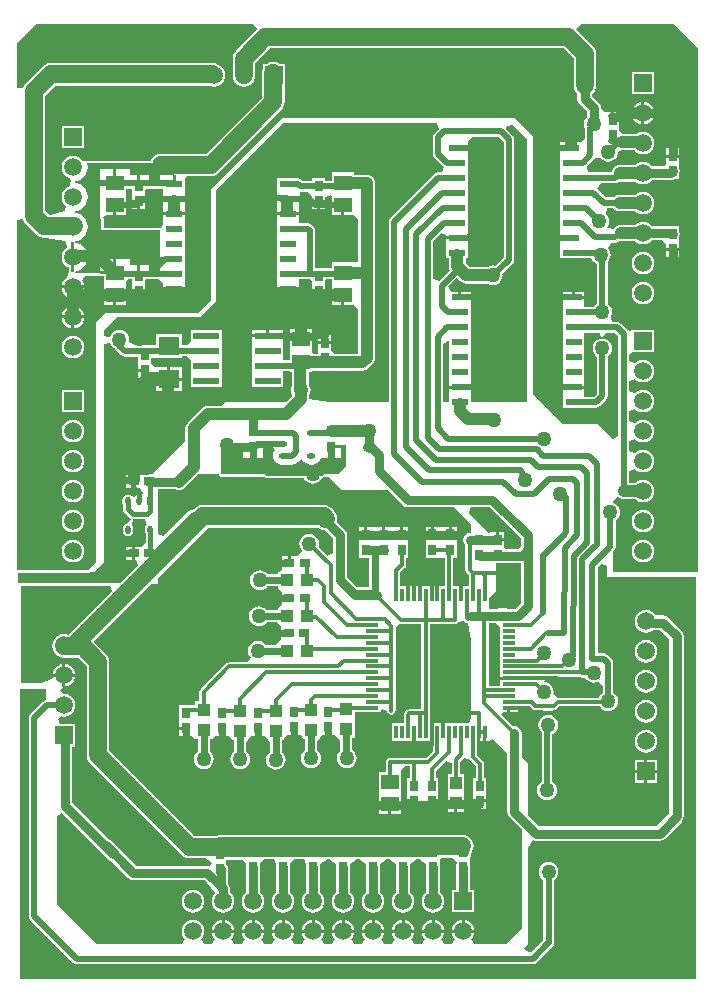
<source format=gtl>
%FSTAX43Y43*%
%MOMM*%
%SFA1B1*%

%IPPOS*%
%ADD10O,0.699999X0.499999*%
%ADD11O,0.699999X0.499999*%
%ADD12R,0.699999X0.499999*%
%ADD13R,0.699999X0.899998*%
%ADD14R,1.429997X0.550999*%
%ADD15R,1.099998X0.999998*%
%ADD16R,0.999998X1.099998*%
%ADD17R,1.499997X1.299997*%
%ADD18R,0.899998X0.699999*%
%ADD19R,0.299999X1.099998*%
%ADD20R,1.099998X0.299999*%
%ADD21O,0.499999X0.699999*%
%ADD22O,0.499999X0.699999*%
%ADD23R,0.499999X0.699999*%
%ADD24R,2.199996X0.599999*%
%ADD25R,2.199996X0.599999*%
%ADD26R,1.799996X1.599997*%
%ADD27O,1.099998X0.299999*%
%ADD28C,0.499999*%
%ADD29C,0.299999*%
%ADD30C,0.799998*%
%ADD31C,0.599999*%
%ADD32C,0.999998*%
%ADD33C,0.399999*%
%ADD34C,1.199998*%
%ADD35C,1.499997*%
%ADD36R,1.499997X1.499997*%
%ADD37C,1.499997*%
%ADD38C,1.269997*%
%LNpcb1-1*%
%LPD*%
G36*
X0149725Y0124689D02*
X0149956Y0124593D01*
X015011Y0124573*
X0150787Y0123896*
Y0122594*
X0150325Y0122402*
X0149586Y0123142*
X0149613Y0123206*
X0149641Y0123424*
X0149613Y0123642*
X0149528Y0123845*
X0149395Y012402*
X014922Y0124153*
X0149017Y0124238*
X0148799Y0124266*
X0148581Y0124238*
X0148378Y0124153*
X0148203Y012402*
X014807Y0123845*
X0147985Y0123642*
X0147957Y0123424*
X0147985Y0123206*
X014807Y0123003*
X0148203Y0122828*
X0147851Y0122369*
X0147754*
X01474*
X0147231*
Y0121819*
X0147104*
Y0121692*
X0146454*
Y012138*
Y0121269*
X0146211Y0121026*
X0146154*
Y0120836*
X0145252*
X0145187Y0120922*
X0145012Y0121055*
X0144809Y012114*
X0144591Y0121168*
X0144373Y012114*
X014417Y0121055*
X0143995Y0120922*
X0143862Y0120747*
X0143777Y0120544*
X0143749Y0120326*
X0143777Y0120108*
X0143862Y0119905*
X0143995Y011973*
X014417Y0119597*
X0144373Y0119512*
X0144591Y0119484*
X0144809Y0119512*
X0145012Y0119597*
X0145187Y011973*
X0145252Y0119816*
X0146154*
Y0119706*
Y0119626*
X0146454Y0119352*
Y0118929*
X0147104*
Y0118675*
X0146454*
Y0118332*
Y0118252*
X014618Y0117978*
X0146154*
Y0117788*
X0145176*
X0145111Y0117874*
X0144936Y0118007*
X0144733Y0118091*
X0144515Y011812*
X0144297Y0118091*
X0144094Y0118007*
X0143919Y0117874*
X0143786Y0117699*
X0143701Y0117496*
X0143673Y0117278*
X0143701Y011706*
X0143786Y0116857*
X0143919Y0116682*
X0144094Y0116549*
X0144297Y0116464*
X0144515Y0116436*
X0144733Y0116464*
X0144936Y0116549*
X0145111Y0116682*
X0145176Y0116768*
X0146075*
X0146154Y011669*
Y0116578*
X0146398Y0116446*
X0146429Y0116415*
Y0116006*
X0147079*
Y0115752*
X0146429*
Y0115409*
Y0115329*
X0146155Y0115055*
X0146129*
X0145942Y0114868*
X0145117Y0114871*
X014505Y011496*
X0144875Y0115093*
X0144672Y0115177*
X0144454Y0115206*
X0144236Y0115177*
X0144033Y0115093*
X0143858Y011496*
X0143725Y0114785*
X014364Y0114582*
X0143612Y0114364*
X014364Y0114146*
X0143725Y0113943*
X0143816Y0113824*
X0143662Y0113512*
X0143557Y0113376*
X0142019*
X0141882Y0113349*
X0141767Y0113271*
X0139597Y0111101*
X0139519Y0110986*
X0139492Y0110849*
Y0110054*
X0139141*
Y0109754*
X0138867*
X0137767*
Y0108808*
Y0108454*
Y0107931*
X0138317*
Y0107804*
X0138444*
Y0107154*
X0138867*
X0139141Y0106854*
X0139221*
X0139331*
Y0105826*
X0139263Y0105775*
X013913Y01056*
X0139045Y0105397*
X0139017Y0105179*
X0139045Y0104961*
X013913Y0104758*
X0139263Y0104583*
X0139438Y010445*
X0139641Y0104365*
X0139859Y0104337*
X0140077Y0104365*
X014028Y010445*
X0140455Y0104583*
X0140588Y0104758*
X0140673Y0104961*
X0140701Y0105179*
X0140673Y0105397*
X0140588Y01056*
X0140455Y0105775*
X0140351Y0105854*
Y0106854*
X0140541*
X0140816Y0107129*
X0140895*
X0141288*
Y0107779*
X0141542*
Y0107129*
X0141965*
X0142239Y0106829*
X0142319*
X0142407*
X0142419Y0105792*
X0142363Y010575*
X014223Y0105575*
X0142145Y0105372*
X0142117Y0105154*
X0142145Y0104936*
X014223Y0104733*
X0142363Y0104558*
X0142538Y0104425*
X0142741Y010434*
X0142959Y0104312*
X0143177Y010434*
X014338Y0104425*
X0143555Y0104558*
X0143688Y0104733*
X0143773Y0104936*
X0143801Y0105154*
X0143773Y0105372*
X0143688Y0105575*
X0143555Y010575*
X0143438Y0105839*
X0143429Y0106617*
X0143639Y0106829*
Y0106855*
X0143913Y0107129*
X0143993*
X0144336*
Y0107779*
X014459*
Y0107129*
X0145013*
X0145043Y0107096*
X0145287Y0106829*
X0145466Y0106648*
X0145456Y0105795*
X0145363Y0105725*
X014523Y010555*
X0145145Y0105347*
X0145117Y0105129*
X0145145Y0104911*
X014523Y0104708*
X0145363Y0104533*
X0145538Y01044*
X0145741Y0104315*
X0145959Y0104287*
X0146177Y0104315*
X014638Y01044*
X0146555Y0104533*
X0146688Y0104708*
X0146773Y0104911*
X0146801Y0105129*
X0146773Y0105347*
X0146688Y010555*
X0146555Y0105725*
X0146475Y0105785*
X0146488Y0106829*
X0146687*
Y0106976*
X014695Y0107239*
X0147041*
X0147373*
Y0107889*
X0147627*
Y0107239*
X014805*
X0148259Y0106889*
X0148404*
X0148456*
X0148464Y0105935*
X0148333Y0105835*
X01482Y010566*
X0148115Y0105457*
X0148087Y0105239*
X0148115Y0105021*
X01482Y0104818*
X0148333Y0104643*
X0148508Y010451*
X0148711Y0104425*
X0148929Y0104397*
X0149147Y0104425*
X014935Y010451*
X0149525Y0104643*
X0149658Y0104818*
X0149743Y0105021*
X0149771Y0105239*
X0149743Y0105457*
X0149658Y010566*
X0149525Y0105835*
X0149484Y0105865*
X0149477Y0106705*
X0149659Y0106889*
Y0107031*
X0149867Y0107239*
X0150013*
X015029*
Y0107889*
X0150544*
Y0107239*
X0150967*
X0150997Y0107206*
X0151241Y0106939*
X0151426Y0106753*
X0151422Y0105883*
X0151358Y0105835*
X0151225Y010566*
X015114Y0105457*
X0151112Y0105239*
X015114Y0105021*
X0151225Y0104818*
X0151358Y0104643*
X0151533Y010451*
X0151736Y0104425*
X0151954Y0104397*
X0152172Y0104425*
X0152375Y010451*
X015255Y0104643*
X0152683Y0104818*
X0152768Y0105021*
X0152796Y0105239*
X0152768Y0105457*
X0152683Y010566*
X015255Y0105835*
X0152442Y0105917*
X0152447Y0106939*
X0152641*
Y0108285*
Y0108439*
Y0108467*
Y0108539*
Y0108639*
Y0108793*
Y0109162*
X0154091*
X0154125Y0109169*
X0154841*
Y0109309*
X0154914Y0109382*
X0155393Y0109237*
X0155395Y0109224*
X0155409Y0109152*
X0155487Y0109037*
X0155602Y0108959*
X0155667Y0108946*
X0155739Y0108932*
X0155811Y0108946*
X0155876Y0108959*
X0155991Y0109037*
X0156069Y0109152*
X0156083Y0109224*
X0156096Y0109289*
Y0116331*
X0156482Y0116648*
X0156539Y0116637*
X0158284*
Y0109401*
X0157264*
X0157127Y0109374*
X0157012Y0109296*
X0156889Y0109173*
X0156811Y0109058*
X0156784Y0108921*
Y0108219*
X0155791*
Y0106719*
X0157514*
Y0107469*
X0157768*
Y0106719*
X0159014*
Y0107469*
Y0108219*
X0158998*
Y0116637*
X0161139*
X0161207Y0116651*
X0161275Y0116664*
X0161276*
X0161333Y0116703*
X0161391Y0116741*
Y0116742*
X0161421Y0116786*
X0161918Y0116835*
X0161987Y0116767*
X0162102Y0116689*
X0162239Y0116662*
X0162524Y0115229*
Y0108674*
X0162336Y0108219*
X0160268*
Y0107469*
X0160014*
Y0108219*
X0159268*
Y0107469*
Y0106719*
X0159284*
Y0105844*
X0158716Y0105276*
X0155639*
X0155502Y0105249*
X0155387Y0105171*
X0155363Y0105147*
X0155285Y0105032*
X0155258Y0104895*
Y0104087*
X0154665*
Y0102541*
Y0102387*
Y0102187*
Y0101464*
X0156565*
Y0102033*
Y0102187*
Y0102215*
Y0102287*
Y0102387*
Y0102541*
Y0104087*
Y0104209*
X0156919Y0104562*
X015729*
Y0103587*
X0157097*
Y0102641*
Y0102287*
Y0101764*
X0157647*
Y0101637*
X0157774*
Y0100987*
X0158197*
X0158621*
X0159044*
Y0101637*
X0159171*
Y0101764*
X0159721*
Y0101933*
Y0102061*
Y0102287*
Y0102464*
Y0102538*
Y0102641*
Y0103587*
X0159528*
Y0104153*
X0160384Y010501*
X0160846Y0104818*
Y0103887*
X0160503*
Y0102541*
Y0102387*
Y0102187*
Y0101564*
X0161903*
Y0102033*
Y0102187*
Y0102215*
Y0102287*
Y0102387*
Y0102541*
Y0103887*
X016156*
Y010491*
X016193Y0105245*
X0162327Y0105206*
X0162389Y0105115*
X0162878Y0104625*
Y0103587*
X0162685*
Y0102641*
Y0102287*
Y0101764*
X0163785*
Y0101933*
Y0102061*
Y0102287*
Y0102538*
Y0102641*
Y0103587*
X0163592*
Y0104773*
X0163565Y010491*
X0163487Y0105025*
X0162998Y0105515*
Y0106719*
X0163014*
Y0107469*
X0163268*
Y0106719*
X0163514*
Y0107469*
X0163768*
Y0106719*
X0163991*
X0164336Y0106862*
X0165537Y0105661*
Y0100724*
X0165584Y010049*
X0165716Y0100291*
X0166774Y0099234*
Y0090874*
X0165424Y0089524*
X0162799*
X0162648Y0089721*
X0162524Y0089972*
X0162642Y0090126*
X0162738Y0090357*
X0162753Y0090478*
X0160871*
X0160886Y0090357*
X0160982Y0090126*
X01611Y0089972*
X0160976Y0089721*
X0160825Y0089524*
X0160259*
X0160108Y0089721*
X0159984Y0089972*
X0160102Y0090126*
X0160198Y0090357*
X0160213Y0090478*
X0158331*
X0158346Y0090357*
X0158442Y0090126*
X015856Y0089972*
X0158436Y0089721*
X0158285Y0089524*
X0157719*
X0157568Y0089721*
X0157444Y0089972*
X0157562Y0090126*
X0157658Y0090357*
X0157673Y0090478*
X0155791*
X0155806Y0090357*
X0155902Y0090126*
X015602Y0089972*
X0155896Y0089721*
X0155745Y0089524*
X0155179*
X0155028Y0089721*
X0154904Y0089972*
X0155022Y0090126*
X0155118Y0090357*
X0155133Y0090478*
X0153251*
X0153266Y0090357*
X0153362Y0090126*
X015348Y0089972*
X0153356Y0089721*
X0153205Y0089524*
X0152639*
X0152488Y0089721*
X0152364Y0089972*
X0152482Y0090126*
X0152578Y0090357*
X0152593Y0090478*
X0150711*
X0150726Y0090357*
X0150822Y0090126*
X015094Y0089972*
X0150816Y0089721*
X0150665Y0089524*
X0150099*
X0149948Y0089721*
X0149824Y0089972*
X0149942Y0090126*
X0150038Y0090357*
X0150053Y0090478*
X0148171*
X0148186Y0090357*
X0148282Y0090126*
X01484Y0089972*
X0148276Y0089721*
X0148125Y0089524*
X0147559*
X0147408Y0089721*
X0147284Y0089972*
X0147402Y0090126*
X0147498Y0090357*
X0147513Y0090478*
X0145631*
X0145646Y0090357*
X0145742Y0090126*
X014586Y0089972*
X0145736Y0089721*
X0145585Y0089524*
X0145019*
X0144868Y0089721*
X0144744Y0089972*
X0144862Y0090126*
X0144958Y0090357*
X0144973Y0090478*
X0143091*
X0143106Y0090357*
X0143202Y0090126*
X014332Y0089972*
X0143196Y0089721*
X0143045Y0089524*
X0142479*
X0142328Y0089721*
X0142204Y0089972*
X0142322Y0090126*
X0142418Y0090357*
X0142433Y0090478*
X0140551*
X0140566Y0090357*
X0140662Y0090126*
X014078Y0089972*
X0140656Y0089721*
X0140505Y0089524*
X0139939*
X0139788Y0089721*
X0139664Y0089972*
X0139782Y0090126*
X0139878Y0090357*
X013991Y0090605*
X0139878Y0090853*
X0139782Y0091084*
X013963Y0091283*
X0139431Y0091435*
X01392Y0091531*
X0138952Y0091563*
X0138704Y0091531*
X0138473Y0091435*
X0138274Y0091283*
X0138122Y0091084*
X0138026Y0090853*
X0137994Y0090605*
X0138026Y0090357*
X0138122Y0090126*
X013824Y0089972*
X0138116Y0089721*
X0137965Y0089524*
X0130749*
X0127399Y0092874*
Y0100381*
X0127861Y0100572*
X0131741Y0096691*
X013194Y0096559*
X0132014Y0096544*
X0133466Y0095091*
X0133665Y0094959*
X0133899Y0094912*
X0139921*
X0140168Y0094664*
X0140814Y0093823*
X0140662Y0093624*
X0140566Y0093393*
X0140534Y0093145*
X0140566Y0092897*
X0140662Y0092666*
X0140814Y0092467*
X0141013Y0092315*
X0141244Y0092219*
X0141492Y0092187*
X014174Y0092219*
X0141971Y0092315*
X014217Y0092467*
X0142322Y0092666*
X0142418Y0092897*
X014245Y0093145*
X0142418Y0093393*
X0142322Y0093624*
X014217Y0093823*
X0142061Y0093906*
Y0094249*
X0142014Y0094483*
X0141944Y0094589*
Y0095851*
X0141897Y0096085*
X0141773Y0096271*
Y0096519*
Y0096662*
X0143128*
X0143236Y0096555*
X0143465Y0096276*
X014342Y0096051*
Y0093873*
X0143354Y0093823*
X0143202Y0093624*
X0143106Y0093393*
X0143074Y0093145*
X0143106Y0092897*
X0143202Y0092666*
X0143354Y0092467*
X0143553Y0092315*
X0143784Y0092219*
X0144032Y0092187*
X014428Y0092219*
X0144511Y0092315*
X014471Y0092467*
X0144862Y0092666*
X0144958Y0092897*
X014499Y0093145*
X0144958Y0093393*
X0144862Y0093624*
X014471Y0093823*
X0144644Y0093873*
Y0096051*
X0144597Y0096285*
X0144593Y0096291*
X0144707Y0096503*
X0144936Y0096731*
X0145774Y009673*
X014601Y0096289*
X0146007Y0096285*
X014596Y0096051*
Y0093873*
X0145894Y0093823*
X0145742Y0093624*
X0145646Y0093393*
X0145614Y0093145*
X0145646Y0092897*
X0145742Y0092666*
X0145894Y0092467*
X0146093Y0092315*
X0146324Y0092219*
X0146572Y0092187*
X014682Y0092219*
X0147051Y0092315*
X014725Y0092467*
X0147402Y0092666*
X0147498Y0092897*
X014753Y0093145*
X0147498Y0093393*
X0147402Y0093624*
X014725Y0093823*
X0147184Y0093873*
Y0096051*
X0147137Y0096285*
X0147135Y0096288*
X0147251Y0096504*
X0147476Y0096729*
X0148312Y0096728*
X0148548Y0096286*
X0148547Y0096285*
X01485Y0096051*
Y0093873*
X0148434Y0093823*
X0148282Y0093624*
X0148186Y0093393*
X0148154Y0093145*
X0148186Y0092897*
X0148282Y0092666*
X0148434Y0092467*
X0148633Y0092315*
X0148864Y0092219*
X0149112Y0092187*
X014936Y0092219*
X0149591Y0092315*
X014979Y0092467*
X0149942Y0092666*
X0150038Y0092897*
X015007Y0093145*
X0150038Y0093393*
X0149942Y0093624*
X014979Y0093823*
X0149724Y0093873*
Y0096051*
X0149677Y0096285*
X0150336Y0096725*
X0150428*
X0151087Y0096285*
X015104Y0096051*
Y0093873*
X0150974Y0093823*
X0150822Y0093624*
X0150726Y0093393*
X0150694Y0093145*
X0150726Y0092897*
X0150822Y0092666*
X0150974Y0092467*
X0151173Y0092315*
X0151404Y0092219*
X0151652Y0092187*
X01519Y0092219*
X0152131Y0092315*
X015233Y0092467*
X0152482Y0092666*
X0152578Y0092897*
X015261Y0093145*
X0152578Y0093393*
X0152482Y0093624*
X015233Y0093823*
X0152264Y0093873*
Y0096051*
X0152217Y0096285*
X0152872Y0096722*
X0152972*
X0153627Y0096285*
X015358Y0096051*
Y0093873*
X0153514Y0093823*
X0153362Y0093624*
X0153266Y0093393*
X0153234Y0093145*
X0153266Y0092897*
X0153362Y0092666*
X0153514Y0092467*
X0153713Y0092315*
X0153944Y0092219*
X0154192Y0092187*
X015444Y0092219*
X0154671Y0092315*
X015487Y0092467*
X0155022Y0092666*
X0155118Y0092897*
X015515Y0093145*
X0155118Y0093393*
X0155022Y0093624*
X015487Y0093823*
X0154804Y0093873*
Y0096051*
X0154757Y0096285*
X0155407Y009672*
X0155517Y0096719*
X0156167Y0096285*
X015612Y0096051*
Y0093873*
X0156054Y0093823*
X0155902Y0093624*
X0155806Y0093393*
X0155774Y0093145*
X0155806Y0092897*
X0155902Y0092666*
X0156054Y0092467*
X0156253Y0092315*
X0156484Y0092219*
X0156732Y0092187*
X015698Y0092219*
X0157211Y0092315*
X015741Y0092467*
X0157562Y0092666*
X0157658Y0092897*
X015769Y0093145*
X0157658Y0093393*
X0157562Y0093624*
X015741Y0093823*
X0157344Y0093873*
Y0096051*
X0157297Y0096285*
X0157943Y0096717*
X0158061*
X0158707Y0096285*
X015866Y0096051*
Y0093873*
X0158594Y0093823*
X0158442Y0093624*
X0158346Y0093393*
X0158314Y0093145*
X0158346Y0092897*
X0158442Y0092666*
X0158594Y0092467*
X0158793Y0092315*
X0159024Y0092219*
X0159272Y0092187*
X015952Y0092219*
X0159751Y0092315*
X015995Y0092467*
X0160102Y0092666*
X0160198Y0092897*
X016023Y0093145*
X0160198Y0093393*
X0160102Y0093624*
X015995Y0093823*
X0159884Y0093873*
Y0096051*
X0159837Y0096285*
X0159822Y0096308*
Y0096347*
Y0096701*
X0159962Y0096841*
X0160908*
X0161262Y0096487*
Y0096308*
X0161247Y0096285*
X01612Y0096051*
Y0094095*
X0160862*
Y0092195*
X0162762*
Y0094095*
X0162424*
Y0096051*
X0162377Y0096285*
X0162362Y0096308*
Y0096347*
Y0096475*
Y0096701*
X0162489Y0097089*
X016252Y0097243*
X0162579Y009732*
X0162675Y0097551*
X0162707Y0097799*
X0162675Y0098047*
X0162579Y0098278*
X0162427Y0098477*
X0162228Y0098629*
X0161997Y0098725*
X0161749Y0098757*
X0141324*
X0141076Y0098725*
X0141034Y0098707*
X0139071*
X0131857Y0105921*
Y0113424*
X0131825Y0113672*
X0131729Y0113903*
X0131577Y0114102*
X0130554Y0115124*
X0135404Y0119974*
X0135974*
Y0120544*
X0140196Y0124766*
X0149625*
X0149725Y0124689*
G37*
G36*
X0173974Y0121552D02*
Y0120599D01*
X0181574*
Y0086549*
X0124299*
Y0111074*
X0126524*
Y0110173*
X0126398Y0110148*
X012625Y0110048*
X0125175Y0108973*
X0125075Y0108825*
X012504Y0108649*
Y0091874*
X0125075Y0091698*
X0125175Y009155*
X0128775Y008795*
X0128923Y008785*
X0129099Y0087815*
X0167699*
X0167875Y008785*
X0168023Y008795*
X0169338Y0089265*
X0169352Y0089286*
X0169373Y00893*
X0169473Y0089448*
X0169508Y0089624*
Y0094949*
X0169645Y0095053*
X0169778Y0095228*
X0169863Y0095431*
X0169891Y0095649*
X0169863Y0095867*
X0169778Y009607*
X0169645Y0096245*
X016947Y0096378*
X0169267Y0096463*
X0169049Y0096491*
X0168831Y0096463*
X0168628Y0096378*
X0168453Y0096245*
X016832Y009607*
X0168235Y0095867*
X0168207Y0095649*
X0168235Y0095431*
X016832Y0095228*
X0168453Y0095053*
X016859Y0094949*
Y0089814*
X0167599Y0088823*
X0167108Y008892*
X0166995Y0089195*
X0167349Y0089549*
Y0097686*
X0167765Y0098309*
X0167999Y0098262*
X0178449*
X0178683Y0098309*
X0178882Y0098441*
X0180332Y0099891*
X0180464Y010009*
X0180511Y0100324*
Y0115599*
X0180464Y0115833*
X0180332Y0116032*
X0179207Y0117157*
X0179008Y0117289*
X0178774Y0117336*
X0178107*
X0177969Y0117517*
X017777Y0117669*
X0177539Y0117765*
X0177291Y0117797*
X0177043Y0117765*
X0176812Y0117669*
X0176613Y0117517*
X0176461Y0117318*
X0176365Y0117087*
X0176333Y0116839*
X0176365Y0116591*
X0176461Y011636*
X0176613Y0116161*
X0176812Y0116009*
X0177043Y0115913*
X0177291Y0115881*
X0177539Y0115913*
X017777Y0116009*
X0177904Y0116112*
X0178521*
X0179287Y0115346*
Y0100577*
X0178196Y0099486*
X0168252*
X0167349Y0100389*
Y0104724*
X0166761Y0105312*
Y0107399*
X0166714Y0107633*
X0166582Y0107832*
X0166383Y0107964*
X0166149Y0108011*
X016606Y0107993*
X0165019Y0109034*
X0165154Y0109169*
X0165564*
Y0109519*
X0165691*
Y0109646*
X0166441*
Y0109662*
X0167466*
X0167687Y0109442*
X0167802Y0109364*
X0167939Y0109337*
X0168612*
X016871Y0108847*
X0168593Y0108798*
X0168418Y0108665*
X0168285Y010849*
X01682Y0108287*
X0168172Y0108069*
X01682Y0107851*
X0168285Y0107648*
X0168418Y0107473*
X0168465Y0107438*
Y0103249*
X0168328Y0103145*
X0168195Y010297*
X016811Y0102767*
X0168082Y0102549*
X016811Y0102331*
X0168195Y0102128*
X0168328Y0101953*
X0168503Y010182*
X0168706Y0101735*
X0168924Y0101707*
X0169142Y0101735*
X0169345Y010182*
X016952Y0101953*
X0169653Y0102128*
X0169738Y0102331*
X0169766Y0102549*
X0169738Y0102767*
X0169653Y010297*
X016952Y0103145*
X0169383Y0103249*
Y0107318*
X0169435Y010734*
X016961Y0107473*
X0169743Y0107648*
X0169828Y0107851*
X0169856Y0108069*
X0169828Y0108287*
X0169743Y010849*
X016961Y0108665*
X0169435Y0108798*
X0169318Y0108847*
X0169416Y0109337*
X0169489*
X0169626Y0109364*
X0169741Y0109442*
X0169961Y0109661*
X0173384Y0109642*
X0173493Y0109498*
X0173668Y0109365*
X0173871Y010928*
X0174089Y0109252*
X0174307Y010928*
X017451Y0109365*
X0174685Y0109498*
X0174818Y0109673*
X0174903Y0109876*
X0174931Y0110094*
X0174903Y0110312*
X0174818Y0110515*
X0174685Y011069*
X0174548Y0110794*
Y0113294*
X0174513Y011347*
X0174413Y0113618*
X0174038Y0113993*
X017389Y0114093*
X0173714Y0114128*
X0173221*
X0173198Y012142*
Y0121423*
X0173614Y0121701*
X0173974Y0121552*
G37*
G36*
X0166687Y0123871D02*
Y0123549D01*
Y0123206*
X0166488Y0122981*
X0165443*
X0165309Y0123115*
Y0123638*
X0164759*
Y0123765*
X0164632*
Y0124415*
X0164209*
X0164032Y0124341*
X0162323Y012605*
X0162514Y0126512*
X0164046*
X0166687Y0123871*
G37*
G36*
X016524Y0157459D02*
Y0147664D01*
X0164533Y0146957*
X0164532Y0146958*
X0164314Y0146986*
X0164096Y0146958*
X0163893Y0146873*
X0163862Y014685*
X0162356*
X016202Y0147186*
Y0147583*
X0162214*
Y014849*
Y0148534*
Y0148602*
Y0148689*
Y0148736*
Y0148843*
Y0148876*
Y0148888*
Y0149192*
X0160384*
Y0148888*
Y0148843*
Y0148534*
Y0147583*
X0160608*
Y0146894*
X0160632Y0146711*
X0160678Y0146601*
X0159735Y0145659*
X0159339Y0145822*
X0159273Y0145867*
Y0149054*
X0159922Y0149703*
X0160384Y0149512*
Y0149446*
X0162214*
Y014977*
Y0149794*
Y0149871*
Y0149959*
Y0150011*
Y0150123*
Y0150136*
Y0150148*
Y0151074*
Y0151383*
Y0152334*
Y0152663*
Y0153614*
Y0153923*
Y015485*
Y0154874*
Y0154951*
Y0155039*
Y0155091*
Y0155203*
Y0155216*
Y0155228*
Y015611*
Y0156154*
Y0156222*
Y0156309*
Y0156356*
Y0156463*
Y0156486*
Y0156508*
Y0156812*
X0161299*
Y0157066*
X0162214*
Y0157414*
Y0157512*
X0162568Y0157865*
X0164834*
X016524Y0157459*
G37*
G36*
X0137349Y0154669D02*
X013747D01*
Y0153893*
X0137344*
Y0153767*
X0136128*
Y0153949*
X0135206*
Y0154642*
X0134483*
Y0153692*
X0134229*
Y0154642*
X0133574*
Y0155142*
X0132451*
Y0153992*
X0132324*
Y0153865*
X0131074*
Y0152842*
Y0150942*
X0131199*
Y0149974*
X0136128*
Y0149318*
Y0148038*
Y0147681*
X0137344*
Y0147427*
X0136128*
Y0146778*
Y0146401*
X0137344*
Y0146147*
X0136128*
Y0146324*
X0135206*
Y0147022*
X0134483*
Y0146072*
X0134229*
Y0147022*
X0133574*
Y0147522*
X0132451*
Y0146372*
X0132324*
Y0146245*
X0131074*
Y0146324*
X0129218*
X0129109Y0146369*
X0128783Y0146412*
X0128776Y0146415*
Y0146427*
X0128783Y014643*
X0128656Y0146447*
Y0147691*
Y0148935*
X0128783Y0148952*
X0128776Y0148955*
Y0148967*
X0128783Y014897*
X0129109Y0149013*
X0129413Y0149139*
X0129675Y0149339*
X0129875Y0149601*
X0130001Y0149905*
X0130044Y0150231*
X0130001Y0150557*
X0129875Y0150861*
X0129675Y0151123*
X0129413Y0151323*
X0129109Y0151449*
X0128783Y0151492*
X0128776Y0151495*
Y0151507*
X0128783Y015151*
X0129109Y0151553*
X0129413Y0151679*
X0129675Y0151879*
X0129875Y0152141*
X0130001Y0152445*
X0130044Y0152771*
X0130001Y0153097*
X0129875Y0153401*
X0129675Y0153663*
X0129413Y0153863*
X0129109Y0153989*
X0128783Y0154032*
X0128776Y0154035*
Y0154047*
X0128783Y015405*
X0129109Y0154093*
X0129413Y0154219*
X0129675Y0154419*
X0129875Y0154681*
X0130001Y0154985*
X0130044Y0155311*
X0130001Y0155637*
X0130009Y0155649*
X0137349*
Y0154669*
G37*
G36*
X0164941Y0116348D02*
Y0116169D01*
Y0115669*
Y0115169*
Y0114669*
Y0114169*
Y0113669*
Y0113169*
Y0112669*
Y0112169*
Y0112146*
X0165691*
Y0111892*
X0164941*
Y0111669*
Y0111376*
X0163971*
Y0116697*
X0164586Y01167*
X0164941Y0116348*
G37*
G36*
X0171738Y0112095D02*
X0171914Y011206D01*
X0172169*
X0172293Y0111898*
X0172468Y0111765*
X0172671Y011168*
X0172889Y0111652*
X0173107Y011168*
X0173214Y0111725*
X0173473Y0111552*
X017363Y0111348*
Y0110794*
X0173493Y011069*
X017336Y0110515*
X0173294Y0110356*
X0169816Y0110376*
X0169453Y0110651*
X0169481Y0110869*
X0169453Y0111087*
X0169368Y011129*
X0169235Y0111465*
X016906Y0111598*
X0168857Y0111683*
X0168639Y0111711*
Y0111809*
X0168993Y0112162*
X0171638*
X0171738Y0112095*
G37*
G36*
X0167199Y0157699D02*
Y0135424D01*
X0162465*
Y0135815*
Y0135859*
Y0135927*
Y0136014*
Y0136061*
Y0136168*
Y0136201*
Y0136213*
Y0136517*
X0160635*
Y0136213*
Y0136168*
Y0135859*
Y0135424*
X0160123*
Y0140325*
X0160539Y0140603*
X0160635Y0140563*
Y0140013*
Y0139988*
Y0139659*
Y0138753*
Y0138708*
Y0138399*
Y0137473*
Y0137448*
Y0137119*
Y0136771*
X0162465*
Y0137095*
Y0137119*
Y0137196*
Y0137284*
Y0137336*
Y0137448*
Y0137461*
Y0137473*
Y0138355*
Y0138399*
Y0138467*
Y0138554*
Y0138601*
Y0138708*
Y0138731*
Y0138753*
Y0139635*
Y0139659*
Y0139736*
Y0139824*
Y0139876*
Y0139988*
Y0140001*
Y0140013*
Y0140895*
Y0140939*
Y0141007*
Y0141094*
Y0141141*
Y0141248*
Y0141281*
Y0141293*
Y0142175*
Y0142199*
Y0142276*
Y0142364*
Y0142416*
Y0142528*
Y0142541*
Y0142553*
Y0143435*
Y0143479*
Y0143547*
Y0143634*
Y0143681*
Y0143788*
Y0143811*
Y0143833*
Y0144137*
X016155*
Y0144263*
X0161423*
Y0144739*
X0160811*
X0160766*
X0160575Y0145201*
X0161292Y0145918*
X0161565Y0145645*
X0161711Y0145533*
X0161881Y0145462*
X0162064Y0145438*
X0163862*
X0163893Y0145415*
X0164096Y014533*
X0164314Y0145302*
X0164532Y014533*
X0164735Y0145415*
X016491Y0145548*
X0165043Y0145723*
X0165128Y0145926*
X0165156Y0146144*
X016514Y0146266*
X0166023Y014715*
X0166123Y0147298*
X0166158Y0147474*
Y0157649*
X0166123Y0157825*
X0166023Y0157973*
X016546Y0158537*
X0165552Y0158759*
X0166042Y0158856*
X0167199Y0157699*
G37*
G36*
X0166687Y0118352D02*
X0166221Y0117886D01*
X0165671*
X0165445Y0117929*
X0163993Y011792*
X0163991Y0118319*
Y0118766*
X0164624Y0119399*
Y0121757*
X0166687*
Y0118352*
G37*
G36*
X0132128Y0119408D02*
X0128402Y0115682D01*
X0128385*
X0128263Y0115733*
X0128015Y0115765*
X0127767Y0115733*
X0127536Y0115637*
X0127337Y0115485*
X0127185Y0115286*
X0127089Y0115055*
X0127081Y011499*
X0127073Y0114972*
X0127041Y0114724*
X0127073Y0114476*
X0127169Y0114245*
X0127321Y0114046*
X012752Y0113894*
X0127751Y0113798*
X0127999Y0113766*
X0129202*
X0129941Y0113027*
Y0105524*
X0129973Y0105276*
X0130069Y0105045*
X0130221Y0104846*
X0137996Y0097071*
X0138195Y0096919*
X0138426Y0096823*
X0138674Y0096791*
X0139952*
X0140501Y0096424*
X0140538Y009632*
X0140287Y0096113*
X0140174Y0096136*
X0134152*
X0131982Y0098307*
X0131783Y0098439*
X0131709Y0098454*
X0128711Y0101452*
Y0106237*
X0128965*
Y0108137*
X0127728*
X0127552Y0108605*
X0127775Y01088*
X0128015Y0108769*
X0128263Y0108801*
X0128494Y0108897*
X0128693Y0109049*
X0128845Y0109248*
X0128941Y0109479*
X0128973Y0109727*
X0128941Y0109975*
X0128845Y0110206*
X0128693Y0110405*
X0128494Y0110557*
X0128263Y0110653*
X0128015Y0110685*
X0127961Y0110678*
X0127716Y0110997*
X0127961Y0111316*
X0127888Y0111325*
Y011214*
X0127074*
X0127089Y0112025*
X012708Y0112015*
X0126196Y0111649*
X0124374*
Y011987*
X0131937*
X0132128Y0119408*
G37*
G36*
X0141145Y0129274D02*
X0141161Y0129196D01*
X0141205Y012913*
X0141271Y0129086*
X0141349Y012907*
X0144923*
X0144994Y0129023*
X0145189Y0128984*
X0148332*
X014836Y0128918*
X0148493Y0128743*
X0148668Y012861*
X0148871Y0128525*
X0149089Y0128497*
X0149307Y0128525*
X014951Y012861*
X0149685Y0128743*
X0149818Y0128918*
X0149849Y0128991*
X0150009Y0129023*
X015008Y012907*
X0150428*
X0151574Y0127924*
X0155484*
X0156716Y0126691*
X0156915Y0126559*
X0157149Y0126512*
X0161086*
X0162524Y0125074*
Y0124356*
X0162439*
X0162205Y0124309*
X0162006Y0124177*
X0161874Y0123978*
X0161827Y0123744*
X0161874Y012351*
X0162006Y0123311*
X0162007*
Y0121194*
X0162034Y0121057*
X0162112Y0120942*
X0162284Y0120769*
Y0119819*
X0161768*
Y0119069*
X0161514*
Y0119819*
X0160998*
Y0122244*
X0161292*
Y012319*
Y0123318*
Y0123544*
Y0123794*
Y0123898*
Y0124067*
X0160742*
Y0124194*
X0160615*
Y0124844*
X0160192*
X0159768*
X0159345*
Y0124194*
X0159218*
Y0124067*
X0158668*
Y0123898*
Y0123544*
Y0122244*
X0159768*
X0160192*
X0160284*
Y0119819*
X0159768*
Y0119069*
X0159514*
Y0119819*
X0159268*
Y0119069*
X0159014*
Y0119819*
X0158268*
Y0119069*
X0158014*
Y0119819*
X0157768*
Y0119069*
X0157514*
Y0119819*
X0157268*
Y0119069*
X0157014*
Y0119819*
X0156498*
Y0120998*
X0156866Y0121367*
X0156944Y0121482*
X0156971Y0121619*
Y0122209*
X0157181*
Y0123155*
Y0123283*
Y0123509*
Y0123759*
Y0123863*
Y0124032*
X0156631*
Y0124159*
X0156504*
Y0124809*
X0156081*
X0155657*
X0155234*
Y0124159*
X015498*
Y0124809*
X0154557*
X0154133*
X015371*
Y0124159*
X0153583*
Y0124032*
X0153033*
Y0123863*
Y0123509*
Y0123122*
X0153032Y0123121*
X0152982Y0122887*
X0153026Y0122652*
X0153033Y0122641*
Y0122209*
X0153854*
Y0119781*
X0152904*
X0152865Y0119773*
X0152011Y0120627*
Y0124149*
X0151964Y0124383*
X0151832Y0124582*
X0151131Y0125282*
X0151162Y0125519*
X015113Y0125767*
X0151034Y0125998*
X0150882Y0126197*
X0150677Y0126402*
X0150478Y0126554*
X0150247Y012665*
X0149999Y0126682*
X0139799*
X0139551Y012665*
X013932Y0126554*
X0139121Y0126402*
X0139056Y0126336*
X0138999*
X0138765Y0126289*
X0138566Y0126157*
X0136436Y0124026*
X0135974Y0124217*
Y0128059*
X0137406Y0128062*
X0137411Y0128058*
X0137581Y0127987*
X0137764Y0127963*
X0137947Y0127987*
X0138117Y0128058*
X0138263Y012817*
X0139392Y0129299*
X0141145*
Y0129274*
G37*
G36*
X0144396Y0166977D02*
X0142577Y0165158D01*
X0142425Y0164959*
X0142329Y0164728*
X0142297Y016448*
Y0163067*
X0142329Y0162819*
X0142425Y0162588*
X0142577Y0162389*
X0142776Y0162237*
X0143007Y0162141*
X0143255Y0162109*
X0143503Y0162141*
X0143734Y0162237*
X0143933Y0162389*
X0144085Y0162588*
X0144181Y0162819*
X0144213Y0163067*
Y0164083*
X0145471Y0165341*
X0170327*
X0171166Y0164502*
Y0162224*
X0171198Y0161976*
X0171294Y0161745*
X0171446Y0161546*
X0171489Y0161514*
Y0161072*
X0171536Y0160838*
X0171668Y016064*
X0172277Y0160031*
Y0159493*
X017216Y015934*
X0172075Y0159137*
X0172047Y0158919*
X0172075Y0158701*
X017213Y015857*
Y0157708*
X0171836Y0157414*
X0171776*
X0171048*
Y0156938*
X0170921*
Y0156812*
X0170006*
Y0156508*
Y0156463*
Y0156154*
Y0155228*
Y0155203*
Y0154874*
Y0153968*
Y0153923*
Y0153614*
Y0152688*
Y0152663*
Y0152334*
Y0151383*
Y0151074*
Y0150148*
Y0150123*
Y0149794*
Y0149446*
X0170921*
Y0149192*
X0170006*
Y0148888*
Y0148843*
Y0148534*
Y0147583*
X0171836*
Y01476*
X0172682*
X0172735Y0147473*
X0172868Y0147298*
X0173043Y0147165*
X017313Y0147128*
Y0143744*
X0172993Y014364*
X017286Y0143465*
X0172859Y0143463*
X0172099*
X0172087Y0143475*
Y0143479*
Y0143788*
Y0143833*
Y0144137*
X0170257*
Y0143833*
Y0143788*
Y0143479*
Y0142553*
Y0142528*
Y0142199*
Y0141293*
Y0141248*
Y0140939*
Y0140013*
Y0139988*
Y0139659*
Y0138753*
Y0138708*
Y0138399*
Y0137473*
Y0137448*
Y0137119*
Y0136771*
X0172087*
Y0137095*
Y0137119*
Y0137196*
Y0137284*
Y0137336*
Y0137448*
Y0137461*
Y0137473*
Y0138355*
Y0138399*
Y0138467*
Y0138554*
Y0138601*
Y0138708*
Y0138731*
Y0138753*
Y0139635*
Y0139659*
Y0139736*
Y0139824*
Y0139876*
Y0139988*
Y0140001*
Y0140013*
Y0140895*
Y0140939*
Y0141009*
Y0141098*
Y0141265*
X0173428*
X017346Y0140766*
X0173396Y0140758*
X0173193Y0140673*
X0173018Y014054*
X0172885Y0140365*
X01728Y0140162*
X0172772Y0139944*
X01728Y0139726*
X0172885Y0139523*
X0173018Y0139348*
X0173155Y0139244*
Y0136084*
X0172914Y0135843*
X0172087*
Y0135919*
Y0136168*
Y0136213*
Y0136517*
X0170257*
Y0136213*
Y0136168*
Y0135859*
Y0134908*
X0172087*
Y0134925*
X0173104*
X0173279Y013496*
X0173428Y0135059*
X0173938Y013557*
X0174038Y0135718*
X0174073Y0135894*
Y0139244*
X017421Y0139348*
X0174343Y0139523*
X0174428Y0139726*
X0174456Y0139944*
X0174428Y0140162*
X0174343Y0140365*
X017421Y014054*
X0174035Y0140673*
X0173832Y0140758*
X0173614Y0140786*
Y0140911*
X0173968Y0141265*
X0174669*
X0174955Y0140979*
Y0132496*
X0174493Y0132305*
X0173274Y0133524*
X0170249*
X0167749Y0136024*
Y0157924*
X0166199Y0159474*
X0146524*
X0140449Y0153399*
Y0144024*
X0139399Y0142974*
X0131574*
X0130749Y0142149*
Y0121799*
X0130099Y0121149*
X0124049*
Y0150847*
X0124548Y015088*
Y0150876*
X0124644Y0150645*
X0124796Y0150446*
X0125646Y0149596*
X0125845Y0149444*
X0126076Y0149348*
X0126324Y0149316*
X0126538*
X0128104Y0149004*
X0128246Y014866*
X0128283Y0148504*
X0128105Y0148369*
X0127953Y014817*
X0127857Y0147939*
X0127825Y0147691*
X0127857Y0147443*
X0127953Y0147212*
X0128105Y0147013*
X0128304Y0146861*
X0128452Y01468*
Y0146447*
X0128457Y0146421*
X0128459Y0146394*
X0128465Y0146382*
X0128304Y0145981*
X0128105Y0145829*
X0127953Y014563*
X0127857Y0145399*
X0127842Y0145278*
X0129724*
X0129709Y0145399*
X0129613Y014563*
X0129581Y0145672*
X0129802Y014612*
X0130917*
X013093Y0146101*
X0130996Y0146057*
X0131074Y0146041*
X0131374*
Y0145676*
Y0145522*
Y0145322*
Y0144599*
X0133274*
Y0145168*
Y0145322*
Y014535*
Y0145422*
Y0145522*
Y0145676*
X0133413Y0145815*
X0133806*
Y014554*
Y0145422*
Y0144899*
X0134906*
Y0145068*
Y0145422*
Y0145445*
Y0145675*
Y0145696*
Y0145776*
X0134945Y0145815*
X0136075*
X0136428Y0145461*
Y0145141*
X0138258*
Y0145445*
Y0145489*
Y0145557*
Y0145644*
Y0145691*
Y0145798*
Y0145831*
Y0145843*
Y0146749*
Y0147078*
Y0147985*
Y0148029*
Y0148097*
Y0148184*
Y0148231*
Y0148338*
Y0148361*
Y0148383*
Y0149265*
Y0149289*
Y0149366*
Y0149454*
Y0149506*
Y0149618*
Y0149631*
Y0149643*
Y0150525*
Y0150569*
Y0150637*
Y0150724*
Y0150771*
Y0150878*
Y0150911*
Y0150923*
Y0151227*
X0136428*
Y0150923*
Y0150878*
Y0150569*
Y0150495*
X0136217Y0150178*
X0136128*
X0136075*
X0131403*
Y0150942*
X0131387Y015102*
X0131343Y0151086*
X0131631Y0151242*
X0132197*
Y0152092*
X0132324*
Y0152219*
X0133274*
Y0152788*
Y0152942*
Y015297*
Y0153042*
Y0153142*
Y0153296*
Y0153485*
X0133806*
Y0153164*
Y0153042*
Y0152519*
X0134906*
Y0152688*
Y0153042*
Y0153076*
Y0153252*
Y0153378*
Y0153396*
X0134996Y0153485*
X0136428*
Y0153422*
Y0153418*
Y0153109*
Y0152761*
X0138258*
Y0153065*
Y0153109*
Y0153177*
Y0153264*
Y0153311*
Y0153418*
Y0153441*
Y0153463*
Y0154369*
X0138405Y0154516*
X0140449*
X0140697Y0154548*
X0140928Y0154644*
X0141127Y0154796*
X0146427Y0160096*
X0146579Y0160295*
X0146675Y0160526*
X0146707Y0160774*
Y0162117*
X0146745*
Y0164017*
X0146309*
X0146228Y0164079*
X0145997Y0164175*
X0145749Y0164207*
X0145501Y0164175*
X014527Y0164079*
X0145189Y0164017*
X0144845*
Y0163549*
X0144823Y0163497*
X0144791Y0163249*
Y0161171*
X0140052Y0156432*
X0136224*
X0135976Y01564*
X0135745Y0156304*
X0135546Y0156152*
X0135394Y0155953*
X0135353Y0155853*
X0130049*
X0130009*
X0129989Y0155849*
X0129969*
X0129613Y015579*
X0129461Y0155989*
X0129262Y0156141*
X0129031Y0156237*
X0128783Y0156269*
X0128535Y0156237*
X0128304Y0156141*
X0128105Y0155989*
X0127953Y015579*
X0127857Y0155559*
X0127825Y0155311*
X0127857Y0155063*
X0127953Y0154832*
X0128105Y0154633*
X0128304Y0154481*
X0128535Y0154385*
X0128583Y0154111*
X0128579Y0154079*
X0128573Y0154051*
Y015405*
Y0154049*
X0128572Y0154047*
X0128535Y0153697*
X0128304Y0153601*
X0128105Y0153449*
X0127953Y015325*
X0127857Y0153019*
X0127825Y0152771*
X0127857Y0152523*
X0127953Y0152292*
X0128105Y0152093*
X0128176Y015204*
X0128071Y0151551*
X0126824Y0151257*
X0126432Y0151567*
Y0161327*
X0127296Y0162191*
X0140348*
X0140467Y0162141*
X0140715Y0162109*
X0140963Y0162141*
X0141194Y0162237*
X0141393Y0162389*
X0141545Y0162588*
X0141641Y0162819*
X0141673Y0163067*
X0141641Y0163315*
X0141545Y0163546*
X0141393Y0163745*
X0141194Y0163897*
X0141066Y016395*
X0141028Y0163979*
X0140797Y0164075*
X0140549Y0164107*
X0126899*
X0126651Y0164075*
X0126516Y0164018*
X012642Y0163979*
X0126221Y0163827*
X0124796Y0162402*
X0124644Y0162203*
X0124548Y0161972*
Y0161968*
X0124049Y0162001*
Y0165799*
X0125699Y0167449*
X0144034*
X0144396Y0166977*
G37*
G36*
X0159763Y0158537D02*
X01594Y0158173D01*
X01593Y0158025*
X0159265Y0157849*
Y0156424*
X01593Y0156248*
X01594Y01561*
X0160145Y0155354*
X0160172Y0155336*
X0160027Y0154858*
X0159719*
X0159543Y0154823*
X0159394Y0154723*
X015564Y0150968*
X015554Y015082*
X0155505Y0150644*
Y0135424*
X0150544*
X0148782Y0135656*
Y0135955*
X0148805Y0135986*
X014889Y0136189*
X0148918Y0136407*
X014889Y0136625*
X0148805Y0136828*
X0148745Y0136907*
Y0137958*
X0149022*
Y0138063*
X0153289*
X0153472Y0138087*
X0153642Y0138158*
X0153788Y013827*
X0154163Y0138645*
X0154275Y0138791*
X0154346Y0138961*
X015437Y0139144*
Y0153934*
X0154346Y0154117*
X0154275Y0154287*
X0154163Y0154433*
X0154148Y0154448*
X0154002Y015456*
X0153832Y0154631*
X0153649Y0154655*
X0152578*
Y0154842*
X0150678*
Y015413*
X0150146*
Y0154342*
X0149046*
Y015413*
X0148226*
X0148139Y0154218*
X014799Y0154318*
X014788Y0154339*
Y0154369*
X014605*
Y0153463*
Y0153418*
Y0153109*
Y0152761*
X0146965*
Y0152507*
X014605*
Y0152183*
Y0152158*
Y0151829*
Y0151481*
X014788*
Y0151805*
Y0151829*
Y0151906*
Y0151994*
Y0152046*
Y0152158*
Y0152171*
Y0152183*
X0148036Y0153213*
X0148692*
X0149046Y0152859*
Y0152519*
X0150146*
Y0152688*
Y0152738*
X0150608Y0152929*
X0150678Y0152859*
Y0152219*
X0151628*
Y0152092*
X0151755*
Y0151242*
X0152578*
X0152604*
X0152958Y0150888*
Y0147222*
X0152578*
X0150678*
Y0146733*
X0149273*
Y0149969*
X0149238Y0150145*
X0149138Y0150293*
X0149109Y0150313*
X0149039Y0150418*
X014889Y0150518*
X0148714Y0150553*
X0147892*
X014788Y0150565*
Y0150569*
Y0150878*
Y0150923*
Y0151227*
X014605*
Y0150923*
Y0150878*
Y0150569*
Y0149643*
Y0149618*
Y0149289*
Y0148383*
Y0148338*
Y0148029*
Y0147103*
Y0147078*
Y0146749*
Y0145843*
Y0145798*
Y0145489*
Y0145141*
X014788*
Y0145445*
Y0145489*
Y0145633*
Y0145798*
X0147897Y0145815*
X014879*
X0148814Y014581*
X0149046Y0145583*
Y014554*
Y0145422*
Y0144899*
X0150146*
Y0145068*
Y0145422*
Y0145445*
Y0145675*
Y0145696*
Y0145776*
X0150185Y0145815*
X0150678*
Y014556*
Y0145522*
Y0145322*
Y0144599*
X0151628*
Y0144472*
X0151755*
Y0143622*
X0152578*
X0152604*
X0152958Y0143268*
Y0139475*
X0150937*
X0150654Y0139758*
Y014*
Y0140112*
Y0140281*
X0149554*
Y0140112*
Y0139758*
Y0139475*
X0149158*
X0149022Y0139611*
Y0139658*
Y0139727*
Y0139858*
Y0140012*
Y0140581*
X0147122*
Y0140012*
Y0139858*
Y0139658*
Y0138953*
X014659*
X0146563Y013898*
Y013899*
Y013926*
Y0139344*
Y0140176*
Y014026*
Y0140312*
Y0140395*
Y0140432*
Y014053*
Y0140573*
Y0140614*
Y0140903*
X0143963*
Y0140614*
Y014053*
Y014026*
Y0139344*
Y013926*
Y013899*
Y0138074*
Y013799*
Y013772*
Y013672*
X0146563*
Y0137636*
Y013772*
Y013799*
Y0137995*
Y0138035*
X0147122*
Y0137958*
X0147333*
Y0136795*
X0147262Y0136625*
X0147234Y0136407*
X0147262Y0136189*
X0147347Y0135986*
X014737Y0135955*
Y0135948*
X0146846Y0135424*
X0141624*
X01413Y01351*
X0140239*
X0140056Y0135076*
X0139886Y0135005*
X013974Y0134893*
X0138515Y0133668*
X0138403Y0133522*
X0138332Y0133352*
X0138308Y0133169*
Y0132108*
X0135499Y0129299*
Y0129281*
X0135238*
X0135139Y0129261*
X0134927*
X0134573*
X0134219*
X013405*
Y0128711*
Y0128161*
X013446*
X0134695Y012772*
X0134594Y0127568*
X0134544Y0127527*
X0134515Y0127533*
Y0126999*
X0134261*
Y0127533*
X0134212Y0127523*
X0134064Y0127423*
X0134002Y0127379*
X0133757Y0127423*
X0133609Y0127523*
X0133433Y0127558*
X0133257Y0127523*
X0133109Y0127423*
X0133009Y0127275*
X0132974Y0127099*
Y0126899*
X0133009Y0126723*
X0133025Y0126699*
Y0126375*
X0133051Y0126245*
X0133056Y0126219*
X0133145Y0126087*
X0133601Y0125631*
X0133733Y0125542*
X0133438Y0125158*
X0133262Y0125123*
X0133114Y0125023*
X0133014Y0124875*
X0132979Y0124699*
Y0124499*
X0133014Y0124323*
X0133114Y0124175*
X0133262Y0124075*
X0133438Y012404*
X0133614Y0124075*
X0133762Y0124175*
X0133862Y0124323*
X0133897Y0124499*
Y0124699*
X0133862Y0124875*
X0133762Y0125023*
X0133749Y0125033*
X0133889Y0125495*
X0133894Y0125511*
X0134882*
X0135027Y0125033*
X0135014Y0125023*
X0134914Y0124875*
X0134879Y0124699*
Y0124499*
X0134914Y0124323*
X013493Y0124299*
Y0123519*
X0134577Y0123165*
X0134573*
X0134219*
X013405*
Y0122615*
Y0122065*
X0134132*
X0134323Y0121603*
X0132794Y0120074*
X0124099*
Y0120945*
X0130099*
X0130177Y0120961*
X0130243Y0121005*
X0130262Y0121024*
X0130574*
X0131424Y0121874*
Y0140349*
X0131801Y0140424*
X0131914Y0140447*
X0131995Y0140253*
X0132128Y0140078*
X0132303Y0139945*
X0132349Y0139926*
X01324Y013985*
X0132875Y0139375*
X0133023Y0139275*
X0133199Y013924*
X0134314*
Y0138867*
Y0138742*
Y0138219*
X0134864*
Y0138092*
X0134991*
Y0137442*
X0135414*
X0135442*
X0135796Y0137088*
Y0136342*
X0136769*
Y0137342*
Y0138342*
X0135796*
X0135768*
X0135414Y0138696*
Y0138742*
Y0138927*
Y0139024*
Y0139096*
Y0139142*
X0135796*
X0137996*
Y0139285*
X0138409*
X0138763Y0138932*
Y0138074*
Y013799*
Y013772*
Y013672*
X0141363*
Y0137636*
Y013772*
Y0137772*
Y0137855*
Y0137892*
Y013799*
Y013805*
Y0138074*
Y0138906*
Y013899*
Y0139042*
Y0139125*
Y0139162*
Y013926*
Y0139303*
Y0139344*
Y0140176*
Y014026*
Y0140312*
Y0140395*
Y0140432*
Y014053*
Y0140573*
Y0140614*
Y014153*
X0138763*
Y0140614*
Y014053*
X0138436Y0140203*
X0137996*
Y0141142*
X0135796*
Y0140203*
X0134739*
X0134563Y0140168*
X0134548Y0140158*
X0134257*
X0133661Y0140405*
X0133548Y0140534*
X0133566Y0140674*
X0133538Y0140892*
X0133453Y0141095*
X013332Y014127*
X0133145Y0141403*
X0132942Y0141488*
X0132724Y0141516*
X0132506Y0141488*
X0132303Y0141403*
X0132128Y014127*
X0131995Y0141095*
X0131914Y0140901*
X0131801Y0140924*
X0131424Y0140999*
Y0141524*
X0132499Y0142599*
X0139524*
X0140874Y0143949*
Y0153299*
X0146574Y0158999*
X0159572*
X0159763Y0158537*
G37*
G36*
X0146563Y0131697D02*
X0145723D01*
X0145732Y0131628*
X0145808Y0131446*
X0145884Y0131346*
X0145808Y0131247*
X0145732Y0131065*
X0145707Y0130869*
X0145732Y0130673*
X0145808Y0130491*
X0145928Y0130334*
X0146085Y0130214*
X0146267Y0130138*
X0146463Y0130113*
X0147289*
X0147485Y0130138*
X0147614Y0130192*
X0147667Y0130214*
X0147824Y0130334*
X0148062Y0130572*
X0148187Y0130547*
X0148208Y0130496*
X0148328Y0130339*
X0148485Y0130219*
X0148667Y0130143*
X0148863Y0130118*
X0149063*
X0149259Y0130143*
X0149441Y0130219*
X0149598Y0130339*
X0149718Y0130496*
X0149789Y0130666*
X015051*
Y0131616*
X0150637*
Y0131743*
X0151487*
Y0131799*
X0151874*
Y0129888*
X015126Y0129274*
X0141349*
Y0131799*
X0143173*
Y0131743*
X0144873*
Y0131799*
X014571*
X0145706Y0131824*
X0145723Y0131951*
X0146563*
Y0131697*
G37*
G36*
X0181724Y0165399D02*
Y0120999D01*
X0174499*
Y0122735*
X0174528Y012278*
X0174588Y012282*
X0174688Y0122968*
X0174723Y0123144*
Y0125369*
X017486Y0125473*
X0174993Y0125648*
X0175078Y0125851*
X0175106Y0126069*
X0175078Y0126287*
X0174993Y012649*
X017486Y0126665*
X0174685Y0126798*
X0174499Y0126875*
Y0127051*
X0174765Y0127254*
X0174947Y0127345*
X0175061Y0127258*
X0175231Y0127187*
X0175414Y0127163*
X0176416*
X0176564Y0127049*
X0176795Y0126953*
X0177043Y0126921*
X0177291Y0126953*
X0177522Y0127049*
X0177721Y0127201*
X0177873Y01274*
X0177969Y0127631*
X0178001Y0127879*
X0177969Y0128127*
X0177873Y0128358*
X0177721Y0128557*
X0177522Y0128709*
X0177291Y0128805*
X0177043Y0128837*
X0176795Y0128805*
X0176564Y0128709*
X017639Y0128575*
X0175873*
Y0129606*
X0176346Y0129766*
X0176365Y0129741*
X0176564Y0129589*
X0176795Y0129493*
X0177043Y0129461*
X0177291Y0129493*
X0177522Y0129589*
X0177721Y0129741*
X0177873Y012994*
X0177969Y0130171*
X0178001Y0130419*
X0177969Y0130667*
X0177873Y0130898*
X0177721Y0131097*
X0177522Y0131249*
X0177291Y0131345*
X0177043Y0131377*
X0176795Y0131345*
X0176564Y0131249*
X0176365Y0131097*
X0176346Y0131072*
X0175873Y0131232*
Y0132146*
X0176346Y0132306*
X0176365Y0132281*
X0176564Y0132129*
X0176795Y0132033*
X0177043Y0132001*
X0177291Y0132033*
X0177522Y0132129*
X0177721Y0132281*
X0177873Y013248*
X0177969Y0132711*
X0178001Y0132959*
X0177969Y0133207*
X0177873Y0133438*
X0177721Y0133637*
X0177522Y0133789*
X0177291Y0133885*
X0177043Y0133917*
X0176795Y0133885*
X0176564Y0133789*
X0176365Y0133637*
X0176346Y0133612*
X0175873Y0133772*
Y0134686*
X0176346Y0134846*
X0176365Y0134821*
X0176564Y0134669*
X0176795Y0134573*
X0177043Y0134541*
X0177291Y0134573*
X0177522Y0134669*
X0177721Y0134821*
X0177873Y013502*
X0177969Y0135251*
X0178001Y0135499*
X0177969Y0135747*
X0177873Y0135978*
X0177721Y0136177*
X0177522Y0136329*
X0177291Y0136425*
X0177043Y0136457*
X0176795Y0136425*
X0176564Y0136329*
X0176365Y0136177*
X0176346Y0136152*
X0175873Y0136312*
Y0137226*
X0176346Y0137386*
X0176365Y0137361*
X0176564Y0137209*
X0176795Y0137113*
X0177043Y0137081*
X0177291Y0137113*
X0177522Y0137209*
X0177721Y0137361*
X0177873Y013756*
X0177969Y0137791*
X0178001Y0138039*
X0177969Y0138287*
X0177873Y0138518*
X0177721Y0138717*
X0177522Y0138869*
X0177291Y0138965*
X0177043Y0138997*
X0176795Y0138965*
X0176564Y0138869*
X0176365Y0138717*
X0176346Y0138692*
X0175873Y0138852*
Y0139409*
X0176093Y0139629*
X0176226*
X0177993*
Y0141529*
X0177683*
X0176093*
X0175983Y0141449*
X0175738Y0141493*
X0175184Y0142048*
X0175035Y0142148*
X0174859Y0142183*
X0174389*
X0174318Y0142623*
X0174403Y0142826*
X0174431Y0143044*
X0174403Y0143262*
X0174318Y0143465*
X0174185Y014364*
X0174048Y0143744*
Y0147289*
X017406Y0147298*
X0174193Y0147473*
X0174278Y0147676*
X0174306Y0147894*
X0174278Y0148112*
X0174193Y0148315*
X01741Y0148437*
X0174246Y0148732*
X0174363Y0148885*
X0174714*
X017489Y014892*
X0175038Y014902*
X017505Y0149031*
X017516Y0149017*
X0176403*
X0176564Y0148893*
X0176795Y0148797*
X0177043Y0148765*
X0177291Y0148797*
X0177522Y0148893*
X0177721Y0149045*
X0177771Y0149111*
X0178664*
X0179018Y0148758*
Y0148455*
X0180118*
Y0148624*
Y0148752*
Y0148978*
Y0149175*
Y0149252*
Y0149332*
Y0149371*
X0180133Y0149394*
X018018Y0149628*
X0180133Y0149862*
X0180118Y0149885*
Y0150278*
X0179722*
X0179707Y0150288*
X0179473Y0150335*
X0177771*
X0177721Y0150401*
X0177522Y0150553*
X0177291Y0150649*
X0177043Y0150681*
X0176795Y0150649*
X0176564Y0150553*
X0176403Y0150429*
X017516*
X0174977Y0150405*
X0174807Y0150334*
X0174661Y0150222*
X017456Y0150091*
X0174062Y015014*
X0174008Y0150251*
X0174043Y0150298*
X0174128Y0150501*
X0174156Y0150719*
X0174128Y0150937*
X0174043Y015114*
X017391Y0151315*
X0173881Y0151337*
X0174041Y015181*
X0174534*
X0174563Y0151771*
X0174709Y0151659*
X0174879Y0151588*
X0175062Y0151563*
X01764Y0151559*
X0176564Y0151433*
X0176795Y0151337*
X0177043Y0151305*
X0177291Y0151337*
X0177522Y0151433*
X0177721Y0151585*
X0177873Y0151784*
X0177969Y0152015*
X0178001Y0152263*
X0177969Y0152511*
X0177873Y0152742*
X0177721Y0152941*
X0177522Y0153093*
X0177291Y0153189*
X0177043Y0153221*
X0176795Y0153189*
X0176564Y0153093*
X0176405Y0152971*
X0175066Y0152975*
X0174883Y0152952*
X0174713Y0152882*
X0174566Y015277*
X0174534Y0152728*
X0173904*
X0173169Y0153463*
X0173487Y015394*
X0174644*
X0174819Y0153975*
X0174968Y0154074*
X0174975Y0154081*
X0175114Y0154063*
X0176447*
X0176564Y0153973*
X0176795Y0153877*
X0177043Y0153845*
X0177291Y0153877*
X0177522Y0153973*
X0177721Y0154125*
X0177771Y0154191*
X0179398*
X0179632Y0154238*
X0179698Y0154282*
X0180118*
Y0154718*
X0180129Y0154735*
X0180176Y0154969*
X0180129Y0155203*
X0180118Y015522*
Y0155228*
Y0155356*
Y0155582*
Y0155834*
Y0155936*
Y0156105*
X0179018*
Y0155936*
Y0155582*
X0178851Y0155415*
X0177771*
X0177721Y0155481*
X0177522Y0155633*
X0177291Y0155729*
X0177043Y0155761*
X0176795Y0155729*
X0176564Y0155633*
X0176365Y0155481*
X0176361Y0155475*
X0175114*
X0174931Y0155451*
X0174761Y015538*
X0174615Y0155268*
X0174503Y0155122*
X0174432Y0154952*
X017442Y0154858*
X0172416*
X0172271Y0155336*
X0172298Y0155354*
X0172913Y0155969*
X0172955Y0156032*
X0173455Y0156049*
X0173493Y0155998*
X0173668Y0155865*
X0173871Y015578*
X0174089Y0155752*
X0174307Y015578*
X017451Y0155865*
X0174685Y0155998*
X0174818Y0156173*
X0174903Y0156376*
X0174931Y0156594*
X0175289Y0156713*
X0176329*
X0176365Y0156665*
X0176564Y0156513*
X0176795Y0156417*
X0177043Y0156385*
X0177291Y0156417*
X0177522Y0156513*
X0177721Y0156665*
X0177873Y0156864*
X0177969Y0157095*
X0178001Y0157343*
X0177969Y0157591*
X0177873Y0157822*
X0177721Y0158021*
X0177522Y0158173*
X0177291Y0158269*
X0177043Y0158301*
X0176795Y0158269*
X0176564Y0158173*
X0176502Y0158125*
X0175392*
X0175038Y0158479*
Y015863*
Y0158882*
Y0158984*
Y0159153*
X0174488*
Y015928*
X0174361*
Y015993*
X0173938*
X0173854*
X0173501Y0160284*
X0173454Y0160518*
X0173322Y0160717*
X0172713Y0161325*
Y0161478*
X0172802Y0161546*
X0172954Y0161745*
X017305Y0161976*
X0173082Y0162224*
Y0164899*
X017305Y0165147*
X0172954Y0165378*
X0172802Y0165577*
X0171402Y0166977*
X0171764Y0167449*
X0179674*
X0181724Y0165399*
G37*
%LNpcb1-2*%
%LPC*%
G36*
X0128783Y0128837D02*
X0128535Y0128805D01*
X0128304Y0128709*
X0128105Y0128557*
X0127953Y0128358*
X0127857Y0128127*
X0127825Y0127879*
X0127857Y0127631*
X0127953Y01274*
X0128105Y0127201*
X0128304Y0127049*
X0128535Y0126953*
X0128783Y0126921*
X0129031Y0126953*
X0129262Y0127049*
X0129461Y0127201*
X0129613Y01274*
X0129709Y0127631*
X0129741Y0127879*
X0129709Y0128127*
X0129613Y0128358*
X0129461Y0128557*
X0129262Y0128709*
X0129031Y0128805*
X0128783Y0128837*
G37*
G36*
X0177291Y0115257D02*
X0177043Y0115225D01*
X0176812Y0115129*
X0176613Y0114977*
X0176461Y0114778*
X0176365Y0114547*
X0176333Y0114299*
X0176365Y0114051*
X0176461Y011382*
X0176613Y0113621*
X0176812Y0113469*
X0177043Y0113373*
X0177291Y0113341*
X0177539Y0113373*
X017777Y0113469*
X0177969Y0113621*
X0178121Y011382*
X0178217Y0114051*
X0178249Y0114299*
X0178217Y0114547*
X0178121Y0114778*
X0177969Y0114977*
X017777Y0115129*
X0177539Y0115225*
X0177291Y0115257*
G37*
G36*
X0128142Y0113208D02*
Y0112394D01*
X0128956*
X0128941Y0112515*
X0128845Y0112746*
X0128693Y0112945*
X0128494Y0113097*
X0128263Y0113193*
X0128142Y0113208*
G37*
G36*
X0127888D02*
X0127767Y0113193D01*
X0127536Y0113097*
X0127337Y0112945*
X0127185Y0112746*
X0127089Y0112515*
X0127074Y0112394*
X0127888*
Y0113208*
G37*
G36*
X0166441Y0109392D02*
X0165818D01*
Y0109169*
X0166441*
Y0109392*
G37*
G36*
X0177291Y0110177D02*
X0177043Y0110145D01*
X0176812Y0110049*
X0176613Y0109897*
X0176461Y0109698*
X0176365Y0109467*
X0176333Y0109219*
X0176365Y0108971*
X0176461Y010874*
X0176613Y0108541*
X0176812Y0108389*
X0177043Y0108293*
X0177291Y0108261*
X0177539Y0108293*
X017777Y0108389*
X0177969Y0108541*
X0178121Y010874*
X0178217Y0108971*
X0178249Y0109219*
X0178217Y0109467*
X0178121Y0109698*
X0177969Y0109897*
X017777Y0110049*
X0177539Y0110145*
X0177291Y0110177*
G37*
G36*
X013819Y0107677D02*
X0137767D01*
Y0107154*
X013819*
Y0107677*
G37*
G36*
X0128956Y011214D02*
X0128142D01*
Y0111326*
X0128263Y0111341*
X0128494Y0111437*
X0128693Y0111589*
X0128845Y0111788*
X0128941Y0112019*
X0128956Y011214*
G37*
G36*
X0177291Y0112717D02*
X0177043Y0112685D01*
X0176812Y0112589*
X0176613Y0112437*
X0176461Y0112238*
X0176365Y0112007*
X0176333Y0111759*
X0176365Y0111511*
X0176461Y011128*
X0176613Y0111081*
X0176812Y0110929*
X0177043Y0110833*
X0177291Y0110801*
X0177539Y0110833*
X017777Y0110929*
X0177969Y0111081*
X0178121Y011128*
X0178217Y0111511*
X0178249Y0111759*
X0178217Y0112007*
X0178121Y0112238*
X0177969Y0112437*
X017777Y0112589*
X0177539Y0112685*
X0177291Y0112717*
G37*
G36*
X0133796Y0128584D02*
X0133273D01*
Y0128161*
X0133796*
Y0128584*
G37*
G36*
X0177043Y0126297D02*
X0176795Y0126265D01*
X0176564Y0126169*
X0176365Y0126017*
X0176213Y0125818*
X0176117Y0125587*
X0176085Y0125339*
X0176117Y0125091*
X0176213Y012486*
X0176365Y0124661*
X0176564Y0124509*
X0176795Y0124413*
X0177043Y0124381*
X0177291Y0124413*
X0177522Y0124509*
X0177721Y0124661*
X0177873Y012486*
X0177969Y0125091*
X0178001Y0125339*
X0177969Y0125587*
X0177873Y0125818*
X0177721Y0126017*
X0177522Y0126169*
X0177291Y0126265*
X0177043Y0126297*
G37*
G36*
X0165309Y0124415D02*
X0164886D01*
Y0123892*
X0165309*
Y0124415*
G37*
G36*
X0161292Y0124844D02*
X0160869D01*
Y0124321*
X0161292*
Y0124844*
G37*
G36*
X0153456Y0124809D02*
X0153033D01*
Y0124286*
X0153456*
Y0124809*
G37*
G36*
X0159091Y0124844D02*
X0158668D01*
Y0124321*
X0159091*
Y0124844*
G37*
G36*
X0157181Y0124809D02*
X0156758D01*
Y0124286*
X0157181*
Y0124809*
G37*
G36*
X0133796Y0123165D02*
X0133273D01*
Y0122742*
X0133796*
Y0123165*
G37*
G36*
X0128783Y0123757D02*
X0128535Y0123725D01*
X0128304Y0123629*
X0128105Y0123477*
X0127953Y0123278*
X0127857Y0123047*
X0127825Y0122799*
X0127857Y0122551*
X0127953Y012232*
X0128105Y0122121*
X0128304Y0121969*
X0128535Y0121873*
X0128783Y0121841*
X0129031Y0121873*
X0129262Y0121969*
X0129461Y0122121*
X0129613Y012232*
X0129709Y0122551*
X0129741Y0122799*
X0129709Y0123047*
X0129613Y0123278*
X0129461Y0123477*
X0129262Y0123629*
X0129031Y0123725*
X0128783Y0123757*
G37*
G36*
Y0126297D02*
X0128535Y0126265D01*
X0128304Y0126169*
X0128105Y0126017*
X0127953Y0125818*
X0127857Y0125587*
X0127825Y0125339*
X0127857Y0125091*
X0127953Y012486*
X0128105Y0124661*
X0128304Y0124509*
X0128535Y0124413*
X0128783Y0124381*
X0129031Y0124413*
X0129262Y0124509*
X0129461Y0124661*
X0129613Y012486*
X0129709Y0125091*
X0129741Y0125339*
X0129709Y0125587*
X0129613Y0125818*
X0129461Y0126017*
X0129262Y0126169*
X0129031Y0126265*
X0128783Y0126297*
G37*
G36*
X0177043Y0123757D02*
X0176795Y0123725D01*
X0176564Y0123629*
X0176365Y0123477*
X0176213Y0123278*
X0176117Y0123047*
X0176085Y0122799*
X0176117Y0122551*
X0176213Y012232*
X0176365Y0122121*
X0176564Y0121969*
X0176795Y0121873*
X0177043Y0121841*
X0177291Y0121873*
X0177522Y0121969*
X0177721Y0122121*
X0177873Y012232*
X0177969Y0122551*
X0178001Y0122799*
X0177969Y0123047*
X0177873Y0123278*
X0177721Y0123477*
X0177522Y0123629*
X0177291Y0123725*
X0177043Y0123757*
G37*
G36*
X0133796Y0122488D02*
X0133273D01*
Y0122065*
X0133796*
Y0122488*
G37*
G36*
X0146977Y0122369D02*
X0146454D01*
Y0121946*
X0146977*
Y0122369*
G37*
G36*
X0177291Y0107637D02*
X0177043Y0107605D01*
X0176812Y0107509*
X0176613Y0107357*
X0176461Y0107158*
X0176365Y0106927*
X0176333Y0106679*
X0176365Y0106431*
X0176461Y01062*
X0176613Y0106001*
X0176812Y0105849*
X0177043Y0105753*
X0177291Y0105721*
X0177539Y0105753*
X017777Y0105849*
X0177969Y0106001*
X0178121Y01062*
X0178217Y0106431*
X0178249Y0106679*
X0178217Y0106927*
X0178121Y0107158*
X0177969Y0107357*
X017777Y0107509*
X0177539Y0107605*
X0177291Y0107637*
G37*
G36*
X0154065Y0091546D02*
X0153944Y0091531D01*
X0153713Y0091435*
X0153514Y0091283*
X0153362Y0091084*
X0153266Y0090853*
X0153251Y0090732*
X0154065*
Y0091546*
G37*
G36*
X0151779D02*
Y0090732D01*
X0152593*
X0152578Y0090853*
X0152482Y0091084*
X015233Y0091283*
X0152131Y0091435*
X01519Y0091531*
X0151779Y0091546*
G37*
G36*
X0151525D02*
X0151404Y0091531D01*
X0151173Y0091435*
X0150974Y0091283*
X0150822Y0091084*
X0150726Y0090853*
X0150711Y0090732*
X0151525*
Y0091546*
G37*
G36*
X0154319D02*
Y0090732D01*
X0155133*
X0155118Y0090853*
X0155022Y0091084*
X015487Y0091283*
X0154671Y0091435*
X015444Y0091531*
X0154319Y0091546*
G37*
G36*
X0159145D02*
X0159024Y0091531D01*
X0158793Y0091435*
X0158594Y0091283*
X0158442Y0091084*
X0158346Y0090853*
X0158331Y0090732*
X0159145*
Y0091546*
G37*
G36*
X0156859D02*
Y0090732D01*
X0157673*
X0157658Y0090853*
X0157562Y0091084*
X015741Y0091283*
X0157211Y0091435*
X015698Y0091531*
X0156859Y0091546*
G37*
G36*
X0156605D02*
X0156484Y0091531D01*
X0156253Y0091435*
X0156054Y0091283*
X0155902Y0091084*
X0155806Y0090853*
X0155791Y0090732*
X0156605*
Y0091546*
G37*
G36*
X0149239D02*
Y0090732D01*
X0150053*
X0150038Y0090853*
X0149942Y0091084*
X014979Y0091283*
X0149591Y0091435*
X014936Y0091531*
X0149239Y0091546*
G37*
G36*
X0143905D02*
X0143784Y0091531D01*
X0143553Y0091435*
X0143354Y0091283*
X0143202Y0091084*
X0143106Y0090853*
X0143091Y0090732*
X0143905*
Y0091546*
G37*
G36*
X0141619D02*
Y0090732D01*
X0142433*
X0142418Y0090853*
X0142322Y0091084*
X014217Y0091283*
X0141971Y0091435*
X014174Y0091531*
X0141619Y0091546*
G37*
G36*
X0141365D02*
X0141244Y0091531D01*
X0141013Y0091435*
X0140814Y0091283*
X0140662Y0091084*
X0140566Y0090853*
X0140551Y0090732*
X0141365*
Y0091546*
G37*
G36*
X0144159D02*
Y0090732D01*
X0144973*
X0144958Y0090853*
X0144862Y0091084*
X014471Y0091283*
X0144511Y0091435*
X014428Y0091531*
X0144159Y0091546*
G37*
G36*
X0148985D02*
X0148864Y0091531D01*
X0148633Y0091435*
X0148434Y0091283*
X0148282Y0091084*
X0148186Y0090853*
X0148171Y0090732*
X0148985*
Y0091546*
G37*
G36*
X0146699D02*
Y0090732D01*
X0147513*
X0147498Y0090853*
X0147402Y0091084*
X014725Y0091283*
X0147051Y0091435*
X014682Y0091531*
X0146699Y0091546*
G37*
G36*
X0146445D02*
X0146324Y0091531D01*
X0146093Y0091435*
X0145894Y0091283*
X0145742Y0091084*
X0145646Y0090853*
X0145631Y0090732*
X0146445*
Y0091546*
G37*
G36*
X0159399D02*
Y0090732D01*
X0160213*
X0160198Y0090853*
X0160102Y0091084*
X015995Y0091283*
X0159751Y0091435*
X015952Y0091531*
X0159399Y0091546*
G37*
G36*
X0163785Y010151D02*
X0163362D01*
Y0100987*
X0163785*
Y010151*
G37*
G36*
X0163108D02*
X0162685D01*
Y0100987*
X0163108*
Y010151*
G37*
G36*
X0159721D02*
X0159298D01*
Y0100987*
X0159721*
Y010151*
G37*
G36*
X0177164Y0104012D02*
X0176341D01*
Y0103189*
X0177164*
Y0104012*
G37*
G36*
X0178241Y0105089D02*
X0177418D01*
Y0104266*
X0178241*
Y0105089*
G37*
G36*
X0177164D02*
X0176341D01*
Y0104266*
X0177164*
Y0105089*
G37*
G36*
X0178241Y0104012D02*
X0177418D01*
Y0103189*
X0178241*
Y0104012*
G37*
G36*
X015752Y010151D02*
X0157097D01*
Y0100987*
X015752*
Y010151*
G37*
G36*
X0138952Y0094103D02*
X0138704Y0094071D01*
X0138473Y0093975*
X0138274Y0093823*
X0138122Y0093624*
X0138026Y0093393*
X0137994Y0093145*
X0138026Y0092897*
X0138122Y0092666*
X0138274Y0092467*
X0138473Y0092315*
X0138704Y0092219*
X0138952Y0092187*
X01392Y0092219*
X0139431Y0092315*
X013963Y0092467*
X0139782Y0092666*
X0139878Y0092897*
X013991Y0093145*
X0139878Y0093393*
X0139782Y0093624*
X013963Y0093823*
X0139431Y0093975*
X01392Y0094071*
X0138952Y0094103*
G37*
G36*
X0161939Y0091546D02*
Y0090732D01*
X0162753*
X0162738Y0090853*
X0162642Y0091084*
X016249Y0091283*
X0162291Y0091435*
X016206Y0091531*
X0161939Y0091546*
G37*
G36*
X0161685D02*
X0161564Y0091531D01*
X0161333Y0091435*
X0161134Y0091283*
X0160982Y0091084*
X0160886Y0090853*
X0160871Y0090732*
X0161685*
Y0091546*
G37*
G36*
X0155488Y010121D02*
X0154665D01*
Y0100487*
X0155488*
Y010121*
G37*
G36*
X0161903Y010131D02*
X016133D01*
Y0100687*
X0161903*
Y010131*
G37*
G36*
X0161076D02*
X0160503D01*
Y0100687*
X0161076*
Y010131*
G37*
G36*
X0156565Y010121D02*
X0155742D01*
Y0100487*
X0156565*
Y010121*
G37*
G36*
X0133796Y0129261D02*
X0133273D01*
Y0128838*
X0133796*
Y0129261*
G37*
G36*
X0180118Y0148201D02*
X0179695D01*
Y0147678*
X0180118*
Y0148201*
G37*
G36*
X0179441D02*
X0179018D01*
Y0147678*
X0179441*
Y0148201*
G37*
G36*
X0132197Y0147522D02*
X0131074D01*
Y0146499*
X0132197*
Y0147522*
G37*
G36*
X012891Y0148935D02*
Y0147818D01*
X0130027*
X0130001Y0148017*
X0129875Y0148321*
X0129675Y0148583*
X0129413Y0148783*
X0129109Y0148909*
X012891Y0148935*
G37*
G36*
X0134229Y0152265D02*
X0133806D01*
Y0151742*
X0134229*
Y0152265*
G37*
G36*
X0151501Y0151965D02*
X0150678D01*
Y0151242*
X0151501*
Y0151965*
G37*
G36*
X0133274D02*
X0132451D01*
Y0151242*
X0133274*
Y0151965*
G37*
G36*
X0130027Y0147564D02*
X012891D01*
Y0146447*
X0129109Y0146473*
X0129413Y0146599*
X0129675Y0146799*
X0129875Y0147061*
X0130001Y0147365*
X0130027Y0147564*
G37*
G36*
X0137216Y0144887D02*
X0136428D01*
Y0144538*
X0137216*
Y0144887*
G37*
G36*
X0172087Y0144739D02*
X0171299D01*
Y0144391*
X0172087*
Y0144739*
G37*
G36*
X0171045D02*
X0170257D01*
Y0144391*
X0171045*
Y0144739*
G37*
G36*
X0138258Y0144887D02*
X013747D01*
Y0144538*
X0138258*
Y0144887*
G37*
G36*
X0177043Y0148141D02*
X0176795Y0148109D01*
X0176564Y0148013*
X0176365Y0147861*
X0176213Y0147662*
X0176117Y0147431*
X0176085Y0147183*
X0176117Y0146935*
X0176213Y0146704*
X0176365Y0146505*
X0176564Y0146353*
X0176795Y0146257*
X0177043Y0146225*
X0177291Y0146257*
X0177522Y0146353*
X0177721Y0146505*
X0177873Y0146704*
X0177969Y0146935*
X0178001Y0147183*
X0177969Y0147431*
X0177873Y0147662*
X0177721Y0147861*
X0177522Y0148013*
X0177291Y0148109*
X0177043Y0148141*
G37*
G36*
X014788Y0144887D02*
X0147092D01*
Y0144538*
X014788*
Y0144887*
G37*
G36*
X0146838D02*
X014605D01*
Y0144538*
X0146838*
Y0144887*
G37*
G36*
X0134906Y0152265D02*
X0134483D01*
Y0151742*
X0134906*
Y0152265*
G37*
G36*
X0177984Y0159756D02*
X017717D01*
Y0158942*
X0177291Y0158957*
X0177522Y0159053*
X0177721Y0159205*
X0177873Y0159404*
X0177969Y0159635*
X0177984Y0159756*
G37*
G36*
X0176916D02*
X0176102D01*
X0176117Y0159635*
X0176213Y0159404*
X0176365Y0159205*
X0176564Y0159053*
X0176795Y0158957*
X0176916Y0158942*
Y0159756*
G37*
G36*
X0170794Y0157414D02*
X0170006D01*
Y0157066*
X0170794*
Y0157414*
G37*
G36*
X0175038Y015993D02*
X0174615D01*
Y0159407*
X0175038*
Y015993*
G37*
G36*
X0177993Y0163373D02*
X0176093D01*
Y0161473*
X0177993*
Y0163373*
G37*
G36*
X017717Y0160824D02*
Y016001D01*
X0177984*
X0177969Y0160131*
X0177873Y0160362*
X0177721Y0160561*
X0177522Y0160713*
X0177291Y0160809*
X017717Y0160824*
G37*
G36*
X0176916D02*
X0176795Y0160809D01*
X0176564Y0160713*
X0176365Y0160561*
X0176213Y0160362*
X0176117Y0160131*
X0176102Y016001*
X0176916*
Y0160824*
G37*
G36*
X0129733Y0158801D02*
X0127833D01*
Y0156901*
X0129733*
Y0158801*
G37*
G36*
X0138258Y0152507D02*
X0136428D01*
Y0152183*
Y0152158*
Y0151829*
Y0151481*
X0138258*
Y0151805*
Y0151829*
Y0151906*
Y0151994*
Y0152046*
Y0152158*
Y0152171*
Y0152183*
Y0152507*
G37*
G36*
X0150146Y0152265D02*
X0149723D01*
Y0151742*
X0150146*
Y0152265*
G37*
G36*
X0149469D02*
X0149046D01*
Y0151742*
X0149469*
Y0152265*
G37*
G36*
X0137216Y0154669D02*
X0136128D01*
Y0154021*
X0137216*
Y0154669*
G37*
G36*
X0180118Y0156882D02*
X0179695D01*
Y0156359*
X0180118*
Y0156882*
G37*
G36*
X0179441D02*
X0179018D01*
Y0156359*
X0179441*
Y0156882*
G37*
G36*
X0132197Y0155142D02*
X0131074D01*
Y0154119*
X0132197*
Y0155142*
G37*
G36*
X0149977Y0141058D02*
X0149554D01*
Y0140535*
X0149977*
Y0141058*
G37*
G36*
X0128783Y0141029D02*
X0128535Y0140997D01*
X0128304Y0140901*
X0128105Y0140749*
X0127953Y014055*
X0127857Y0140319*
X0127825Y0140071*
X0127857Y0139823*
X0127953Y0139592*
X0128105Y0139393*
X0128304Y0139241*
X0128535Y0139145*
X0128783Y0139113*
X0129031Y0139145*
X0129262Y0139241*
X0129461Y0139393*
X0129613Y0139592*
X0129709Y0139823*
X0129741Y0140071*
X0129709Y0140319*
X0129613Y014055*
X0129461Y0140749*
X0129262Y0140901*
X0129031Y0140997*
X0128783Y0141029*
G37*
G36*
X0137996Y0138342D02*
X0137023D01*
Y0137469*
X0137996*
Y0138342*
G37*
G36*
X0150654Y0141058D02*
X0150231D01*
Y0140535*
X0150654*
Y0141058*
G37*
G36*
X0145136Y014153D02*
X0143963D01*
Y0141157*
X0145136*
Y014153*
G37*
G36*
X0149022Y0141558D02*
X0148199D01*
Y0140835*
X0149022*
Y0141558*
G37*
G36*
X0147945D02*
X0147122D01*
Y0140835*
X0147945*
Y0141558*
G37*
G36*
X0134737Y0137965D02*
X0134314D01*
Y0137442*
X0134737*
Y0137965*
G37*
G36*
X0144873Y0131489D02*
X014415D01*
Y0130666*
X0144873*
Y0131489*
G37*
G36*
X0143896D02*
X0143173D01*
Y0130666*
X0143896*
Y0131489*
G37*
G36*
X0128783Y0131377D02*
X0128535Y0131345D01*
X0128304Y0131249*
X0128105Y0131097*
X0127953Y0130898*
X0127857Y0130667*
X0127825Y0130419*
X0127857Y0130171*
X0127953Y012994*
X0128105Y0129741*
X0128304Y0129589*
X0128535Y0129493*
X0128783Y0129461*
X0129031Y0129493*
X0129262Y0129589*
X0129461Y0129741*
X0129613Y012994*
X0129709Y0130171*
X0129741Y0130419*
X0129709Y0130667*
X0129613Y0130898*
X0129461Y0131097*
X0129262Y0131249*
X0129031Y0131345*
X0128783Y0131377*
G37*
G36*
X0151487Y0131489D02*
X0150764D01*
Y0130666*
X0151487*
Y0131489*
G37*
G36*
X0137996Y0137215D02*
X0137023D01*
Y0136342*
X0137996*
Y0137215*
G37*
G36*
X0129733Y0136449D02*
X0127833D01*
Y0134549*
X0129733*
Y0136449*
G37*
G36*
X0128783Y0133917D02*
X0128535Y0133885D01*
X0128304Y0133789*
X0128105Y0133637*
X0127953Y0133438*
X0127857Y0133207*
X0127825Y0132959*
X0127857Y0132711*
X0127953Y013248*
X0128105Y0132281*
X0128304Y0132129*
X0128535Y0132033*
X0128783Y0132001*
X0129031Y0132033*
X0129262Y0132129*
X0129461Y0132281*
X0129613Y013248*
X0129709Y0132711*
X0129741Y0132959*
X0129709Y0133207*
X0129613Y0133438*
X0129461Y0133637*
X0129262Y0133789*
X0129031Y0133885*
X0128783Y0133917*
G37*
G36*
X0146563Y014153D02*
X014539D01*
Y0141157*
X0146563*
Y014153*
G37*
G36*
X0149469Y0144645D02*
X0149046D01*
Y0144122*
X0149469*
Y0144645*
G37*
G36*
X0134906D02*
X0134483D01*
Y0144122*
X0134906*
Y0144645*
G37*
G36*
X0134229D02*
X0133806D01*
Y0144122*
X0134229*
Y0144645*
G37*
G36*
X0150146D02*
X0149723D01*
Y0144122*
X0150146*
Y0144645*
G37*
G36*
X0162465Y0144739D02*
X0161677D01*
Y0144391*
X0162465*
Y0144739*
G37*
G36*
X0129724Y0145024D02*
X012891D01*
Y014421*
X0129031Y0144225*
X0129262Y0144321*
X0129461Y0144473*
X0129613Y0144672*
X0129709Y0144903*
X0129724Y0145024*
G37*
G36*
X0128656D02*
X0127842D01*
X0127857Y0144903*
X0127953Y0144672*
X0128105Y0144473*
X0128304Y0144321*
X0128535Y0144225*
X0128656Y014421*
Y0145024*
G37*
G36*
X0177043Y0145601D02*
X0176795Y0145569D01*
X0176564Y0145473*
X0176365Y0145321*
X0176213Y0145122*
X0176117Y0144891*
X0176085Y0144643*
X0176117Y0144395*
X0176213Y0144164*
X0176365Y0143965*
X0176564Y0143813*
X0176795Y0143717*
X0177043Y0143685*
X0177291Y0143717*
X0177522Y0143813*
X0177721Y0143965*
X0177873Y0144164*
X0177969Y0144395*
X0178001Y0144643*
X0177969Y0144891*
X0177873Y0145122*
X0177721Y0145321*
X0177522Y0145473*
X0177291Y0145569*
X0177043Y0145601*
G37*
G36*
X0128656Y0143552D02*
X0128535Y0143537D01*
X0128304Y0143441*
X0128105Y0143289*
X0127953Y014309*
X0127857Y0142859*
X0127842Y0142738*
X0128656*
Y0143552*
G37*
G36*
X0129724Y0142484D02*
X012891D01*
Y014167*
X0129031Y0141685*
X0129262Y0141781*
X0129461Y0141933*
X0129613Y0142132*
X0129709Y0142363*
X0129724Y0142484*
G37*
G36*
X0128656D02*
X0127842D01*
X0127857Y0142363*
X0127953Y0142132*
X0128105Y0141933*
X0128304Y0141781*
X0128535Y0141685*
X0128656Y014167*
Y0142484*
G37*
G36*
X012891Y0143552D02*
Y0142738D01*
X0129724*
X0129709Y0142859*
X0129613Y014309*
X0129461Y0143289*
X0129262Y0143441*
X0129031Y0143537*
X012891Y0143552*
G37*
G36*
X0151501Y0144345D02*
X0150678D01*
Y0143622*
X0151501*
Y0144345*
G37*
G36*
X0133274D02*
X0132451D01*
Y0143622*
X0133274*
Y0144345*
G37*
G36*
X0132197D02*
X0131374D01*
Y0143622*
X0132197*
Y0144345*
G37*
%LNpcb1-3*%
%LPD*%
G54D10*
X0148963Y0130874D03*
X0146563Y0130869D03*
G54D11*
X0148963Y0132774D03*
X0146563Y0131824D03*
G54D12*
X0146563Y0132774D03*
G54D13*
X0144023Y0132916D03*
Y0131616D03*
X0150637Y0132916D03*
Y0131616D03*
X0179568Y0149628D03*
X0174488Y015798D03*
Y015928D03*
X0179568Y0148328D03*
Y0156232D03*
Y0154932D03*
X0163235Y0101637D03*
Y0102937D03*
X0159218Y0124194D03*
Y0122894D03*
X0160742Y0124194D03*
Y0122894D03*
X0159171Y0101637D03*
Y0102937D03*
X0156631Y0124159D03*
Y0122859D03*
X0157647Y0101637D03*
Y0102937D03*
X0138317Y0107804D03*
Y0109104D03*
X0163184Y0123765D03*
Y0122465D03*
X0164759Y0123765D03*
Y0122465D03*
X0153583Y0124159D03*
Y0122859D03*
X0155107Y0124159D03*
Y0122859D03*
X0144463Y0107779D03*
Y0109079D03*
X0141415Y0107779D03*
Y0109079D03*
X01475Y0107889D03*
Y0109189D03*
X0150417Y0107889D03*
Y0109189D03*
X0144032Y0097351D03*
Y0096051D03*
X0146572Y0097351D03*
Y0096051D03*
X0149112Y0097351D03*
Y0096051D03*
X0151652Y0097351D03*
Y0096051D03*
X0154192Y0097351D03*
Y0096051D03*
X0156732Y0097351D03*
Y0096051D03*
X0159272Y0097351D03*
Y0096051D03*
X0161812Y0097351D03*
Y0096051D03*
X0134356Y0146072D03*
Y0144772D03*
Y0152392D03*
Y0153692D03*
X0149596Y0152392D03*
Y0153692D03*
Y0144772D03*
Y0146072D03*
X0150104Y0140408D03*
Y0139108D03*
X0134864Y0138092D03*
Y0139392D03*
X0141223Y0097169D03*
Y0095869D03*
G54D14*
X016155Y0135384D03*
X0161299Y0148059D03*
Y0150599D03*
Y0151859D03*
Y0153139D03*
Y0154399D03*
X0170921Y0149319D03*
Y0150599D03*
Y0151859D03*
Y0153139D03*
Y0154399D03*
Y0156939D03*
X0161299D03*
Y0149319D03*
X0171172Y0136644D03*
Y0137924D03*
Y0139184D03*
Y0140464D03*
Y0141724D03*
Y0144264D03*
X016155D03*
Y0141724D03*
Y0139184D03*
Y0137924D03*
Y0136644D03*
X0137343Y0153894D03*
Y0152634D03*
Y0150094D03*
Y0148814D03*
Y0147554D03*
Y0146274D03*
Y0145014D03*
X0146965D03*
Y0146274D03*
Y0147554D03*
Y0148814D03*
Y0150094D03*
Y0152634D03*
Y0153894D03*
X0161299Y0155679D03*
X016155Y0140464D03*
Y0143004D03*
X0137343Y0151354D03*
X0146965D03*
X0170921Y0148059D03*
Y0155679D03*
X0171172Y0135384D03*
Y0143004D03*
G54D15*
X0148604Y0120326D03*
X0146904D03*
X0148604Y0117278D03*
X0146904D03*
X0148579Y0114355D03*
X0146879D03*
G54D16*
X0139841Y0109304D03*
Y0107604D03*
X0142939Y0109279D03*
Y0107579D03*
X0145987Y0109279D03*
Y0107579D03*
X0148959Y0109339D03*
Y0107639D03*
X0151941Y0109389D03*
Y0107689D03*
X0161203Y0103137D03*
Y0101437D03*
G54D17*
X0155615Y0103237D03*
Y0101337D03*
X0132324Y0146372D03*
Y0144472D03*
Y0153992D03*
Y0152092D03*
X0151628Y0153992D03*
Y0152092D03*
Y0146372D03*
Y0144472D03*
X0148072Y0138808D03*
Y0140708D03*
G54D18*
X0147104Y0118802D03*
X0148404D03*
X0147104Y0121819D03*
X0148404D03*
X0147079Y0115879D03*
X0148379D03*
X0135223Y0122615D03*
X0133923D03*
X0135223Y0128711D03*
X0133923D03*
G54D19*
X0156141Y0119069D03*
X0156641D03*
X0157141D03*
X0157641D03*
X0158141D03*
X0158641D03*
X0159141D03*
X0159641D03*
X0160141D03*
X0160641D03*
X0161141D03*
X0161641D03*
X0162141D03*
X0162641D03*
X0163141D03*
X0163641D03*
Y0107469D03*
X0163141D03*
X0162641D03*
X0162141D03*
X0161641D03*
X0161141D03*
X0160641D03*
X0160141D03*
X0159641D03*
X0159141D03*
X0158641D03*
X0158141D03*
X0157641D03*
X0157141D03*
X0156641D03*
X0156141D03*
G54D20*
X0165691Y0117019D03*
Y0116519D03*
Y0116019D03*
Y0115519D03*
Y0115019D03*
Y0114519D03*
Y0114019D03*
Y0113519D03*
Y0113019D03*
Y0112519D03*
Y0112019D03*
Y0111519D03*
Y0111019D03*
Y0110519D03*
Y0110019D03*
Y0109519D03*
X0154091D03*
Y0110519D03*
Y0111519D03*
Y0112519D03*
Y0113519D03*
Y0114519D03*
Y0115519D03*
Y0116519D03*
Y0116019D03*
Y0115019D03*
Y0114019D03*
Y0113019D03*
Y0112019D03*
Y0111019D03*
Y0110019D03*
G54D21*
X0135338Y0124599D03*
X0134388Y0126999D03*
G54D22*
X0133438Y0124599D03*
X0133433Y0126999D03*
G54D23*
X0135338Y0126999D03*
G54D24*
X0145263Y013722D03*
G54D25*
X0140063Y014103D03*
Y013976D03*
Y013849D03*
Y013722D03*
X0145263Y014103D03*
Y013976D03*
Y013849D03*
G54D26*
X0136896Y0140142D03*
Y0137342D03*
G54D27*
X0154091Y0117019D03*
G54D28*
X0169464Y0144189D02*
Y0146094D01*
Y0144189D02*
X0169799Y0143854D01*
X0169739Y0136894D02*
Y0143794D01*
X0170214Y0144269*
X0171214*
X0169049Y0089624D02*
Y0095574D01*
X0168924Y0102449D02*
Y0107974D01*
X0148036Y0153672D02*
X0151807D01*
X0146939Y0153894D02*
X0147814D01*
X0132314Y0153944D02*
X0137339D01*
X0130499Y0153749D02*
X0130742Y0153992D01*
X0132324D01*
X0167699Y0088274D02*
X0169014Y0089589D01*
X0174264Y0123144D02*
Y0126069D01*
X0173114Y0123314D02*
Y0130194D01*
X0172174Y0123374D02*
X0172264Y0123464D01*
Y0129369*
X0171464Y0124114D02*
Y0128544D01*
X0171414Y0124064D02*
X0171464Y0124114D01*
X0171414Y0124044D02*
Y0124064D01*
X0168564Y0122394D02*
X0170439Y0124269D01*
X0168589Y0117544D02*
Y0122469D01*
X0170539Y0124389D02*
Y0127394D01*
X0170439Y0124289D02*
X0170539Y0124389D01*
X0170439Y0124269D02*
Y0124289D01*
X0172739Y0121619D02*
X0174164Y0123044D01*
X0172739Y0121419D02*
Y0121619D01*
X0171914Y0112519D02*
Y0122104D01*
X0173014Y0123204*
X0171164Y0122344D02*
X0172164Y0123344D01*
X0170414Y0123044D02*
X0171414Y0124044D01*
X0170414Y0122794D02*
Y0123044D01*
X0171139Y0113894D02*
X0171164Y0122294D01*
X0150519Y0132774D02*
X0150689Y0132944D01*
X0144064Y0131494D02*
X0144394Y0131824D01*
X0146563*
X0148963Y0132774D02*
X0150519D01*
X0144009D02*
X0147434D01*
X0146563Y0130869D02*
X0147289D01*
X0147639Y0131219*
Y0132569*
X0147434Y0132774D02*
X0147639Y0132569D01*
X0168989Y0115869D02*
X0170389D01*
X0169464Y0149594D02*
X0169739Y0149319D01*
X0174089Y0110094D02*
Y0113294D01*
X0173714Y0113669D02*
X0174089Y0113294D01*
X0172764Y0113669D02*
X0173714D01*
X0172864Y0112519D02*
X0172889Y0112494D01*
X0171914Y0112519D02*
X0172864D01*
X0172739Y0121419D02*
X0172764Y0113669D01*
X0163164Y0137044D02*
Y0144094D01*
X0132339Y0146319D03*
X0132384Y0146274D01*
X0147814Y0153894D02*
X0148036Y0153672D01*
X0146965Y0152634D02*
X0148749D01*
X0149314Y0152069D02*
X0151689D01*
X0134389Y0152319D02*
X0134704Y0152634D01*
X0134364Y0152319D02*
X0134389D01*
X0134137Y0152092D02*
X0134364Y0152319D01*
X0132324Y0152092D02*
X0134137D01*
X0136549Y0147554D02*
X0137343D01*
X0135864Y0146869D02*
X0136549Y0147554D01*
X0135864Y0146469D02*
Y0146869D01*
X0132384Y0146274D02*
X0137343D01*
X0146965Y0150094D02*
X0148714D01*
X0150089Y0138794D02*
Y0139144D01*
Y0140594D02*
Y0140991D01*
X0145263Y014103D02*
X0150239Y0141019D01*
X0148814Y0146269D02*
Y0149969D01*
X0146965Y0146274D02*
X0151494D01*
X0151614Y0146394*
X0138849Y0152634D02*
X0139489Y0151994D01*
Y0144469D02*
Y0151994D01*
X0139124Y0144474D02*
X0139489Y0144469D01*
X0145042Y0144472D02*
Y0152197D01*
X0145489Y0152644*
X0146914*
X0145164Y0138494D02*
X0148072D01*
X0161299Y0156939D02*
X0162594D01*
X0162589Y0156933D02*
X0162594Y0156939D01*
X0162189Y0149319D02*
X0162589Y0149719D01*
X0161299Y0149319D02*
X0162189D01*
X0162589Y0149719D02*
Y0156933D01*
X0169464Y0156744D02*
X0169659Y0156939D01*
X0169739Y0149319D02*
X0170921D01*
Y0154399D02*
X0174644D01*
X0175014Y0154769*
X0170921Y0153139D02*
X0172844D01*
X0173714Y0152269*
X0175064*
X0170921Y0155679D02*
X0171974D01*
X0172588Y0156293D02*
Y0158618D01*
X0172889Y0158919*
X0171974Y0155679D02*
X0172588Y0156293D01*
X0169659Y0156939D02*
X0170921D01*
Y0151859D02*
X0172224D01*
X0173314Y0150769*
X0170921Y0150599D02*
X0171759D01*
X0173014Y0149344*
X0174714*
X0175114Y0149744*
X0162764Y0136644D02*
X0163164Y0137044D01*
X016155Y0136644D02*
X0162764D01*
X016155Y0144264D02*
X0162994D01*
X0163164Y0144094*
X0160494Y0141724D02*
X016155D01*
X0159664Y0140894D02*
X0160494Y0141724D01*
X0159664Y0133169D02*
Y0140894D01*
Y0133169D02*
X0160514Y0132319D01*
X0160169Y0150599D02*
X0161299D01*
X0158814Y0149244D02*
X0160169Y0150599D01*
X0158814Y0132369D02*
Y0149244D01*
Y0132369D02*
X0159789Y0131394D01*
X0160079Y0151859D02*
X0161299D01*
X0157864Y0149644D02*
X0160079Y0151859D01*
X0157864Y0132169D02*
Y0149644D01*
Y0132169D02*
X0159514Y0130519D01*
X0160059Y0153139D02*
X0161299D01*
X0156989Y0150069D02*
X0160059Y0153139D01*
X0156989Y0131619D02*
Y0150069D01*
Y0131619D02*
X0158914Y0129694D01*
X0159719Y0154399D02*
X0161299D01*
X0155964Y0150644D02*
X0159719Y0154399D01*
X0155964Y0131019D02*
Y0150644D01*
Y0131019D02*
X0158314Y0128669D01*
X0169989Y0136644D02*
X0171172D01*
X0169739Y0136894D02*
X0169989Y0136644D01*
X0171172Y0141724D02*
X0174859D01*
X0175414Y0141169*
Y0127869D02*
Y0141169D01*
X0168072Y0131394D02*
X0168597Y0130869D01*
X0159789Y0131394D02*
X0168072D01*
X0166689Y0129669D02*
X0167039Y0128819D01*
X0158914Y0129694D02*
X0166714D01*
X0167539Y0130519D02*
X0168189Y0129869D01*
X0159514Y0130519D02*
X0167539D01*
X0165214Y0128669D02*
X0166264Y0127619D01*
X0167814*
X0169064Y0128869*
X0158314Y0128669D02*
X0165214D01*
X0172439Y0130869D02*
X0173114Y0130194D01*
X0168597Y0130869D02*
X0172439D01*
X0171764Y0129869D02*
X0172264Y0129369D01*
X0168189Y0129869D02*
X0171764D01*
X0171139Y0128869D02*
X0171464Y0128544D01*
X0169064Y0128869D02*
X0171139D01*
X0169989Y0127569D02*
Y0127644D01*
Y0127569D02*
X0170539Y0127394D01*
X0160514Y0132319D02*
X0168639D01*
X0174364Y0157469D02*
X0175139D01*
X0174139Y0156619D02*
X0174939Y0157419D01*
X0175289*
X0174364Y0159644D02*
X0175439D01*
X0170389Y0115869D02*
X0170414Y0122794D01*
X0171172Y0135384D02*
X0173104D01*
X0173614Y0135894*
Y0139944*
X0171172Y0143004D02*
X0173499D01*
X0173589Y0143044D02*
Y0147819D01*
X0170921Y0148059D02*
X0173254D01*
X0132724Y0140174D02*
X0133199Y0139699D01*
X0132724Y0140174D02*
Y0140674D01*
X0134739Y0139744D02*
X0139939D01*
X0133199Y0139699D02*
X0134874D01*
X0169449Y0149609D02*
Y0156724D01*
X0160544Y0143004D02*
X016155D01*
X0159999Y0143549D02*
X0160544Y0143004D01*
X0159999Y0143549D02*
Y0145274D01*
X0161349Y0146624*
X0160469Y0155679D02*
X0161299D01*
X0159724Y0156424D02*
X0160469Y0155679D01*
X0159724Y0156424D02*
Y0157849D01*
X0160199Y0158324*
X0165024*
X0165699Y0157649*
Y0147474D02*
Y0157649D01*
X0164299Y0146074D02*
X0165699Y0147474D01*
X0134704Y0152634D02*
X0138849D01*
X0148749D02*
X0149314Y0152069D01*
X0173339Y0148069D02*
X0173589Y0147819D01*
X0130499Y0147769D02*
Y0153749D01*
X0125499Y0091874D02*
X0129099Y0088274D01*
X0125499Y0091874D02*
Y0108649D01*
X0126574Y0109724*
X0127974*
X0129099Y0088274D02*
X0167699D01*
G54D29*
X0163614Y0109934D02*
Y0116994D01*
Y0110519D02*
X0165691D01*
X0163614Y0109934D02*
X0166149Y0107399D01*
X0167964Y0111519D02*
X0168639Y0110844D01*
X0169789Y0112019D02*
X0170689Y0111119D01*
X0159141Y0106396D02*
Y0108971D01*
X0153824Y0106759D02*
X0153904Y0106679D01*
X0170214Y0113019D02*
X0171139Y0113944D01*
X0159064Y0121869D02*
X0159641Y0121292D01*
X0157641Y0119069D02*
Y0123496D01*
X0158314Y0124169*
X0159141Y0119069D02*
Y0121792D01*
X0157141Y0121346D02*
X0157641Y0121846D01*
X0154291Y0106292D02*
X0155591D01*
X0149522Y0120326D02*
X0150024Y0119824D01*
Y0118449D02*
Y0119824D01*
Y0118449D02*
X0151954Y0116519D01*
X0154091*
X0148579Y0117164D02*
Y0118589D01*
X0148624Y0117224D02*
X0149399D01*
X0151104Y0115519*
X0154091*
X0148604Y0114364D02*
X0148759Y0114519D01*
X0154091*
X0139849Y0109249D02*
Y0110849D01*
X0142019Y0113019*
X0151244*
X0151744Y0113519*
X0154091*
X0141634Y0109279D02*
X0142959D01*
X0142899D02*
Y0110249D01*
X0145169Y0112519*
X0154091*
X0145974Y0109199D02*
Y0110174D01*
X0147319Y0111519*
X0154091*
X0148579Y0120314D02*
Y0121614D01*
X0148604Y0120326D02*
X0149522D01*
X0144709Y0109254D02*
X0146084D01*
X0148899Y0109314D02*
Y0110149D01*
X0147625Y0109314D02*
X0149004D01*
X0148899Y0110149D02*
X0149269Y0110519D01*
X0154091*
X0151999Y0109349D02*
X0152169Y0109519D01*
X0154091*
X0151954Y0109414D02*
X0152154Y0109614D01*
X01475Y0109189D02*
X0147625Y0109314D01*
X0138359Y0109054D02*
X0138609Y0109304D01*
X0148379Y0115839D02*
X0148604Y0115614D01*
X0156614Y0121619D02*
Y0122944D01*
X0156141Y0119069D02*
Y0121146D01*
X0156614Y0121619*
X0157666Y0121869D02*
X0159064D01*
X0157141Y0119069D02*
Y0121346D01*
X0162641Y0119069D02*
Y0120894D01*
X0162364Y0123669D02*
X0162439Y0123744D01*
X0165264Y0120894D02*
X0165414Y0120744D01*
X0169814Y0110019D02*
X0174164Y0109994D01*
X0167564Y0116519D02*
X0168589Y0117544D01*
X0165691Y0116519D02*
X0167564D01*
X0165691Y0113019D02*
X0170214D01*
X0155189Y0117019D02*
X0155739Y0116469D01*
X0148429Y0121764D02*
X0148579Y0121614D01*
X0148404Y0118764D02*
X0148579Y0118589D01*
X0148604Y0114364D02*
Y0115614D01*
X0138609Y0109304D02*
X0139809D01*
X0141459Y0109104D02*
X0141634Y0109279D01*
X0144534Y0109079D02*
X0144709Y0109254D01*
X0150454Y0109264D02*
X0150554Y0109364D01*
X0151904*
X0165691Y0112519D02*
X0171889D01*
X0161141Y0117743D02*
Y0119069D01*
X0161139Y0116994D02*
X0161141Y0117743D01*
X0159039Y0106294D02*
X0159141Y0106396D01*
X0157641Y0106296D02*
Y0107469D01*
X0155589Y0106294D02*
X0159039D01*
X0160141Y0117032D03*
Y0117021D02*
Y0119069D01*
X0157141Y0108921D02*
X0157264Y0109044D01*
X0157141Y0107469D02*
Y0108921D01*
X0158141Y0107469D02*
Y0109042D01*
X0159141Y0108971D02*
X0159239Y0109069D01*
X0163141Y0107469D02*
Y0109042D01*
X0160141Y0107469D02*
Y0109046D01*
X0159239Y0109069D02*
X0163139D01*
X0160641Y0119069D02*
Y0122793D01*
X0159218Y0122894D02*
X0160739D01*
X0161239Y0124169D02*
X0161489Y0124144D01*
X0159641Y0119069D02*
Y0121292D01*
X0158141Y0119069D02*
Y0121867D01*
X0162141Y0117117D02*
X0162239Y0117019D01*
X0162141Y0117117D02*
Y0119069D01*
X0162364Y0121194D02*
X0162641Y0120917D01*
X0162364Y0121194D02*
Y0123669D01*
X0163641Y0119069D02*
Y0120642D01*
X0163639Y0111019D02*
X0165691D01*
X0161489Y0120794D02*
X0161641Y0120642D01*
X0161489Y0120794D02*
Y0124144D01*
X0161641Y0119069D02*
Y0120642D01*
X0165691Y0112019D02*
X0169789D01*
X0165691Y0111519D02*
X0167964D01*
X0165691Y0110019D02*
X0167614D01*
X0167939Y0109694*
X0169489*
X0169814Y0110019*
X0165691Y0113519D02*
X0168064D01*
X0168639Y0114119*
X0165691Y0114519D02*
X0167539D01*
X0168814Y0115819*
X0165691Y0109519D02*
X0167289D01*
X0167714Y0109094*
X0170414*
X0170739Y0108769*
X0159641Y0105696D02*
Y0107469D01*
X0158864Y0104919D02*
X0159641Y0105696D01*
X0155615Y0104895D02*
X0155639Y0104919D01*
X0155615Y0103237D02*
Y0104895D01*
X0157647Y0102937D02*
Y0104886D01*
X0155639Y0104919D02*
X0158864D01*
X0159171Y0102937D02*
Y0104301D01*
X0160641Y0105771*
Y0107469*
X0161203Y0103137D02*
Y0105133D01*
X0161641Y0105571*
Y0107492*
X0162641Y0105367D02*
Y0107469D01*
Y0105367D02*
X0163235Y0104773D01*
Y0102937D02*
Y0104773D01*
X0163141Y0107469D02*
X0163589D01*
X0163389Y0120894D02*
X0163641Y0120642D01*
X0162641Y0120894D02*
X0165264D01*
X0148799Y0123424D02*
X0150599Y0121624D01*
Y0119199D02*
Y0121624D01*
Y0119199D02*
X0152779Y0117019D01*
X0154091Y0110019D02*
X0155739D01*
X0154091Y0111019D02*
X0155739D01*
X0154091Y0112019D02*
X0155739D01*
X0154091Y0113019D02*
X0155739D01*
X0154091Y0114019D02*
X0155739D01*
X0154091Y0115019D02*
X0155739D01*
X0154091Y0116019D02*
X0155739D01*
X0152779Y0117019D02*
X0155189D01*
X0155739Y0109289D02*
Y0116469D01*
X0149074Y0129324D02*
X0149089Y0129339D01*
X0163141Y0117046D02*
Y0119069D01*
X0157264Y0109044D02*
X0158641D01*
X0154364Y0119169D02*
X0156539Y0116994D01*
X0158641Y0107471D02*
Y0119069D01*
X0156539Y0116994D02*
X0161139D01*
G54D30*
X0177374Y0116724D02*
X0178774D01*
X0179899Y0115599*
Y0100324D02*
Y0115599D01*
X0178449Y0098874D02*
X0179899Y0100324D01*
X0167999Y0098874D02*
X0178449D01*
X0166149Y0100724D02*
X0167999Y0098874D01*
X0166149Y0100724D02*
Y0107399D01*
X0153599Y0106999D02*
X0153824Y0106774D01*
Y0101324D02*
Y0106774D01*
Y0101324D02*
X0155615Y0101326D01*
X0156732Y009733D02*
X0159272Y0097327D01*
X0154192Y0097333D02*
X0156732Y009733D01*
X0151652Y0097336D02*
X0154192Y0097333D01*
X0149112Y0097338D02*
X0151652Y0097336D01*
X0146572Y0097341D02*
X0149112Y0097338D01*
X0144032Y0097344D02*
X0146572Y0097341D01*
X0141864Y0131844D02*
X0142092Y0131616D01*
X0153974Y0131674D02*
X0154724Y0130924D01*
Y0129549D02*
Y0130924D01*
Y0129549D02*
X0157149Y0127124D01*
X0164299*
X0167204Y0124219*
X0166764Y0122369D02*
X0167299Y0122974D01*
X0172101Y0161072D02*
X0172889Y0160284D01*
Y0158919D02*
Y0160284D01*
X0152904Y0119169D02*
X0154364D01*
X0152424Y0124169D02*
X0161239D01*
X0152424Y0121924D02*
Y0124169D01*
Y0121924D02*
X0152999Y0121349D01*
Y0121174D02*
Y0121349D01*
X0161203Y0101334D02*
X0163171Y0101337D01*
X0159171Y0101331D02*
X0161203Y0101334D01*
X0157647Y0101329D02*
X0159171Y0101331D01*
X0155615Y0101326D02*
X0157647Y0101329D01*
X0153904Y0106679D02*
X0154291Y0106292D01*
X0153594Y0122879D02*
X0155107Y0122859D01*
X0144032Y0093096D02*
Y0096051D01*
X0146572Y0093127D02*
Y0096051D01*
X0149112Y0093092D02*
Y0096051D01*
X0151652Y0093226D02*
Y0096051D01*
X0154192Y0093211D02*
Y0096051D01*
X0156732Y0093137D02*
Y0096051D01*
X0159272Y0093277D02*
Y0096051D01*
X0161812Y0093191D02*
Y0096051D01*
X0142092Y0131616D02*
X0144023D01*
X0143989Y0134394D02*
X0144039Y0132969D01*
X0135239Y0128669D02*
X0137699Y0128674D01*
X0179568Y014669D02*
X0179614Y0146644D01*
X0179568Y014669D02*
Y0148328D01*
Y0156232D02*
Y015929D01*
X0178975Y0159883D02*
X0179568Y015929D01*
X0177043Y0159883D02*
X0178975D01*
X0179398Y0154803D02*
X0179564Y0154969D01*
X0177043Y0154803D02*
X0179398D01*
X0179473Y0149723D02*
X0179568Y0149628D01*
X0177043Y0149723D02*
X0179473D01*
X0162439Y0123744D02*
X0164714D01*
X0153739Y0131594D02*
Y0131599D01*
X0153699D02*
X0153974D01*
X0153814Y0131534D02*
Y0132989D01*
X0172101Y0161072D02*
Y0162224D01*
X0133899Y0095524D02*
X0140174D01*
X0141332Y0092896D02*
Y0093145D01*
X0141249Y0097274D02*
X0143149D01*
Y0097345D02*
X0144032Y0097344D01*
X0127899Y0114774D02*
X0127929Y0114759D01*
X0128099Y0101199D02*
Y0107049D01*
Y0101199D02*
X0132174Y0097124D01*
X0141332Y0094366D02*
Y0095851D01*
X0131549Y0097874D02*
X0133899Y0095524D01*
X0141449Y0093049D02*
Y0094249D01*
X0140174Y0095524D02*
X0141449Y0094249D01*
X0151399Y0120374D02*
X0152674Y0119099D01*
X0151399Y0120374D02*
Y0124149D01*
X0167299Y0118099D02*
Y0123549D01*
X0166474Y0117274D02*
X0167299Y0118099D01*
X0165449Y0117274D02*
X0166474D01*
X0162474Y0117299D02*
X0163141Y0117303D01*
X0165449Y0117317*
X0167299Y0123549D02*
Y0124174D01*
X0163214Y0122369D02*
X0166764D01*
X0161748Y0097324D02*
X0161812D01*
X0161924*
X0140774Y0097749D02*
X0141249Y0097274D01*
X0127929Y0114759D02*
X0127979Y0114734D01*
X0128015Y0114849D02*
X0128124D01*
X0128049Y0114774D02*
X0128124Y0114849D01*
X0135556Y0122282D02*
X0138999Y0125724D01*
X0139799*
X0150116Y0125432D02*
X0151399Y0124149D01*
X0127999Y0114774D02*
X0128049D01*
X0152674Y0119099D02*
X0154549D01*
G54D31*
X01475Y0107889D02*
X0147504Y0106174D01*
X014543Y0118838D02*
X0147104Y0118802D01*
X0145429Y0115864D02*
X0147079Y0115879D01*
X0145454Y0121814D02*
X0147104Y0121819D01*
X0154364Y0119169D02*
Y0122859D01*
X0144459Y0106204D02*
X0144463Y0107779D01*
X0138317Y0107804D02*
X0138334Y0106129D01*
X0144023Y013066D02*
Y0131616D01*
Y013066D02*
X0145189Y0129494D01*
X0149814*
X0150637Y0130317*
Y0131616*
X0132714Y0128819D02*
X0133939D01*
X0131914Y0128019D02*
X0132714Y0128819D01*
X0131914Y0123819D02*
Y0128019D01*
Y0123819D02*
X0133118Y0122615D01*
X0133923*
X0141409Y0106179D02*
X0141415Y0107779D01*
X0150404Y0106014D02*
X0150417Y0107889D01*
X0144591Y0120326D02*
X0146904D01*
X0144515Y0117278D02*
X0146904D01*
X0144454Y0114364D02*
X0146879Y0114355D01*
X0139841Y0105336D02*
Y0107604D01*
X0142909Y0107529D02*
X0142934Y0105304D01*
X0145959Y0105229D02*
X0145987Y0107579D01*
X0148959Y0107639D02*
X0148979Y0105339D01*
X0151929D02*
X0151941Y0107689D01*
G54D32*
X0150689Y0132944D02*
X0153739D01*
X0151549Y0153949D02*
X0153649D01*
X0153664Y0139144D02*
Y0153934D01*
X0151589Y0146294D02*
X0153339D01*
X0147939Y0138769D02*
X0153289D01*
X0153649Y0153949D02*
X0153664Y0153934D01*
X0148089Y0140894D02*
Y0144369D01*
X0163414Y0142744D02*
X0163939D01*
X0140239Y0134394D02*
X0146814D01*
X0137764Y0128669D02*
X0139014Y0129919D01*
Y0133169*
X0140239Y0134394*
X0146814D02*
X0148076Y0135656D01*
Y0136407*
X0136814Y0132194D02*
Y0137344D01*
X0133914Y0128844D02*
Y0130394D01*
X0134389Y0130869*
X0135489*
X0136814Y0132194*
X0161564Y0134619D02*
X0162214Y0133969D01*
X0161564Y0134619D02*
Y0135244D01*
X0161314Y0146894D02*
Y0147869D01*
X0175114Y0154769D02*
X0177134D01*
X0162664Y0149419D02*
X0162964Y0149119D01*
X0163639*
X0130889Y0147769D02*
X0131214Y0147444D01*
X0132261Y0146372D02*
X0132324D01*
X0131289Y0147344D02*
X0132261Y0146372D01*
X0128814Y0145119D02*
X0129461Y0144472D01*
X0128814Y0142619D02*
Y0145119D01*
X0128689Y0142494D02*
X0128814Y0142619D01*
X0153339Y0146294D02*
X0153664Y0145969D01*
X0153289Y0138769D02*
X0153664Y0139144D01*
X0148039Y0136469D02*
Y0138794D01*
X0175064Y0152269D02*
X0177043Y0152263D01*
X017516Y0149723D02*
X0177043D01*
X0175289Y0157419D02*
X0177014D01*
X01755Y0159883D02*
X0177043D01*
X0174189Y0161194D02*
X01755Y0159883D01*
X0175414Y0127869D02*
X0177114D01*
X0170914Y0157169D02*
Y0160069D01*
X0161314Y0146894D02*
X0162064Y0146144D01*
X0162214Y0133969D02*
X0164414D01*
X0162064Y0146144D02*
X0164314D01*
X0137349Y0151624D02*
Y0152449D01*
X0129461Y0144472D02*
X0132324Y0144473D01*
X0134356*
X0139124Y0144474*
X0146924Y0151549D02*
Y0152374D01*
X0145042Y0144472D02*
X0151628D01*
X0128814Y0147769D02*
X0130889D01*
G54D33*
X0135223Y0122615D02*
X0135338Y012273D01*
Y0126168D02*
Y012857D01*
X0133864Y0128219D02*
Y0128744D01*
X0135338Y012273D02*
Y0124599D01*
X0134388Y0126999D02*
Y0127695D01*
X0133864Y0128219D02*
X0134388Y0127695D01*
X0133433Y0126375D02*
Y0126999D01*
Y0126375D02*
X0133889Y0125919D01*
X0135089*
X0135338Y0126168*
X0135239Y0128669D02*
X0135338Y012857D01*
G54D34*
X0135064Y0137344D02*
X0136814Y0137342D01*
X0136896D01*
G54D35*
X0143255Y0163067D02*
Y016448D01*
X0145074Y0166299*
X0170724*
X0172124Y0162224D02*
Y0164899D01*
X0170724Y0166299D02*
X0172124Y0164899D01*
X0136224Y0155474D02*
X0140449D01*
X0145749Y0160774*
Y0163249*
X0125474Y0161724D02*
X0126899Y0163149D01*
X0140549*
X0125474Y0151124D02*
X0126324Y0150274D01*
X0125474Y0151124D02*
Y0161724D01*
X0126324Y0150274D02*
X0128849D01*
X0141274Y0097749D02*
X0141324Y0097799D01*
X0130899Y0105524D02*
Y0113424D01*
X0129599Y0114724D02*
X0130899Y0113424D01*
Y0105524D02*
X0138674Y0097749D01*
X0149999Y0125724D02*
X0150204Y0125519D01*
X0138674Y0097749D02*
X0141274D01*
X0127999Y0114724D02*
X0129599D01*
X0128799D02*
X0139799Y0125724D01*
X0149999*
X0141324Y0097799D02*
X0161749D01*
G54D36*
X0177043Y0140579D03*
Y0162423D03*
X0128783Y0135499D03*
Y0157851D03*
X0177291Y0104139D03*
X0128015Y0107187D03*
X0145795Y0163067D03*
X0161812Y0093145D03*
G54D37*
X0177043Y0138039D03*
Y0135499D03*
Y0132959D03*
Y0130419D03*
Y0127879D03*
Y0125339D03*
Y0122799D03*
Y0159883D03*
Y0157343D03*
Y0154803D03*
Y0152263D03*
Y0149723D03*
Y0147183D03*
Y0144643D03*
X0128783Y0132959D03*
Y0130419D03*
Y0127879D03*
Y0125339D03*
Y0122799D03*
Y0155311D03*
Y0152771D03*
Y0150231D03*
Y0147691D03*
Y0145151D03*
Y0142611D03*
Y0140071D03*
X0128015Y0109727D03*
Y0112267D03*
Y0114807D03*
X0177291Y0116839D03*
Y0114299D03*
Y0111759D03*
Y0109219D03*
Y0106679D03*
X0140715Y0163067D03*
X0143255D03*
X0161812Y0090605D03*
X0159272Y0093145D03*
Y0090605D03*
X0156732Y0093145D03*
Y0090605D03*
X0154192Y0093145D03*
Y0090605D03*
X0151652Y0093145D03*
Y0090605D03*
X0149112Y0093145D03*
Y0090605D03*
X0146572Y0093145D03*
Y0090605D03*
X0144032Y0093145D03*
Y0090605D03*
X0141492Y0093145D03*
Y0090605D03*
X0138952Y0093145D03*
Y0090605D03*
G54D38*
X0169464Y0146024D03*
X0179564Y0146544D03*
X0135749Y0143849D03*
X0169049Y0095649D03*
X0168924Y0102549D03*
X0153664Y0106919D03*
X0152999Y0121174D03*
X0147499Y0106174D03*
X0144484Y0106204D03*
X0150404Y0105964D03*
X0141409Y0106129D03*
X0138334D03*
X0145429Y0115839D03*
Y0118789D03*
X0145454Y0121789D03*
X0153814Y0132944D03*
X0141864Y0131794D03*
X0133914Y0130594D03*
X0164314Y0146144D03*
X0164414Y0133919D03*
X0169014Y0108069D03*
X0165414Y0120744D03*
X0172889Y0112494D03*
X0174089Y0110094D03*
X0170787Y0113592D03*
X0163689Y0149119D03*
X0163939Y0142694D03*
X0148089D03*
X0148076Y0136407D03*
X0144591Y0120326D03*
X0144515Y0117278D03*
X0144454Y0114364D03*
X0139859Y0105179D03*
X0142959Y0105154D03*
X0145959Y0105129D03*
X0148929Y0105239D03*
X0151954D03*
X0174089Y0156594D03*
X0172889Y0158919D03*
X0173314Y0150719D03*
X0168639Y0132319D03*
X0167039Y0128819D03*
X0174264Y0126069D03*
X0169989Y0127644D03*
X0170654Y0111154D03*
X0168639Y0110869D03*
Y0114119D03*
X0170764Y0108719D03*
X0173614Y0139944D03*
X0173589Y0143044D03*
X0173464Y0147894D03*
X0174114Y0161294D03*
X0170939Y0160069D03*
X0132724Y0140674D03*
X0148799Y0123424D03*
X0149089Y0129339D03*
X0131574Y0115149D03*
M02*
</source>
